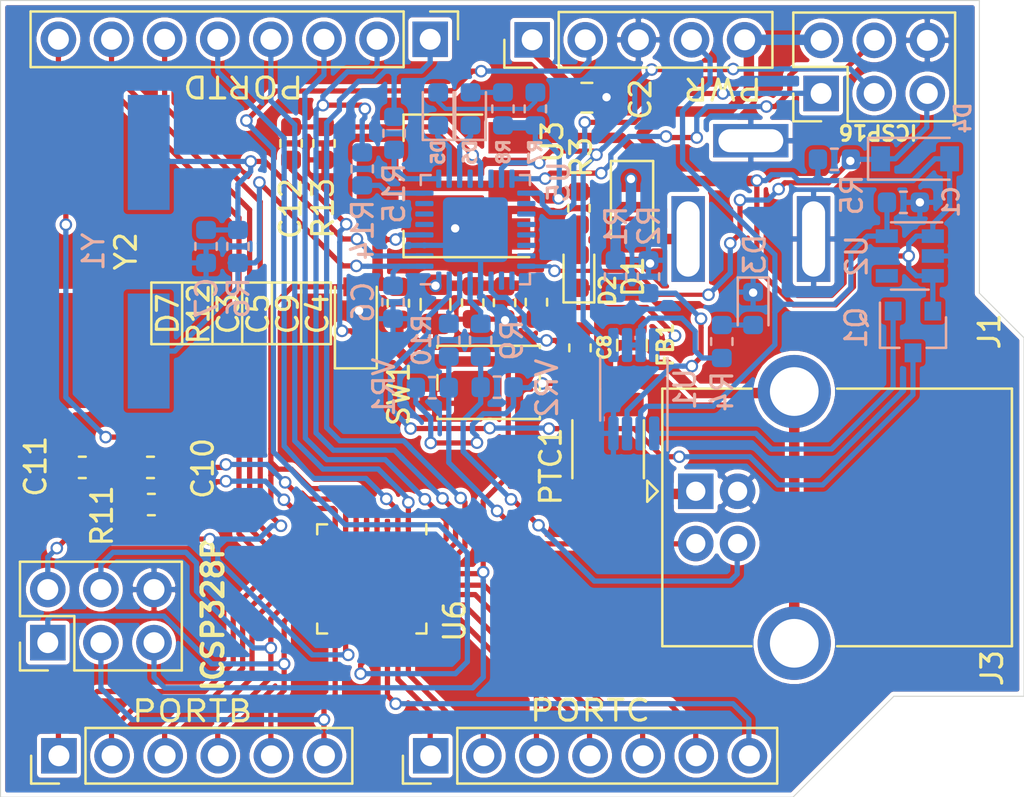
<source format=kicad_pcb>
(kicad_pcb (version 20171130) (host pcbnew "(5.1.5)-3")
  (layers (0 F.Cu signal) (31 B.Cu signal) (36 B.SilkS user) (37 F.SilkS user) (38 B.Mask user) (39 F.Mask user) (44 Edge.Cuts user))
  (net 0 "")
  (net 1 USB_GND)
  (net 2 "Net-(C6-Pad1)")
  (net 3 "Net-(C7-Pad1)")
  (net 4 "Net-(C8-Pad1)")
  (net 5 "Net-(C10-Pad2)")
  (net 6 "Net-(C11-Pad2)")
  (net 7 DTR)
  (net 8 "Net-(C12-Pad2)")
  (net 9 "Net-(D2-Pad2)")
  (net 10 "Net-(D3-Pad2)")
  (net 11 "Net-(D4-Pad1)")
  (net 12 "Net-(D5-Pad2)")
  (net 13 "Net-(D5-Pad1)")
  (net 14 "Net-(D6-Pad1)")
  (net 15 "Net-(D6-Pad2)")
  (net 16 "Net-(FB1-Pad1)")
  (net 17 ICSP_MISO)
  (net 18 ICSP_SCK)
  (net 19 ICSP_MOSI)
  (net 20 "Net-(J3-Pad1)")
  (net 21 "Net-(J3-Pad2)")
  (net 22 "Net-(J3-Pad3)")
  (net 23 "Net-(J4-Pad1)")
  (net 24 "Net-(J6-Pad1)")
  (net 25 "Net-(J7-Pad1)")
  (net 26 328P_ICSP_MOSI)
  (net 27 328P_ICSP_MISO)
  (net 28 328P_ICSP_SCK)
  (net 29 "Net-(Q1-Pad1)")
  (net 30 "Net-(R1-Pad2)")
  (net 31 "Net-(R4-Pad1)")
  (net 32 USB_D+)
  (net 33 USB_D-)
  (net 34 SERIAL_TX)
  (net 35 SERIAL_RX)
  (net 36 "Net-(U2-Pad4)")
  (net 37 "Net-(U5-Pad26)")
  (net 38 "Net-(U5-Pad25)")
  (net 39 "Net-(U5-Pad23)")
  (net 40 "Net-(U5-Pad22)")
  (net 41 "Net-(U5-Pad21)")
  (net 42 "Net-(U5-Pad20)")
  (net 43 "Net-(U5-Pad19)")
  (net 44 "Net-(U5-Pad18)")
  (net 45 "Net-(U5-Pad14)")
  (net 46 "Net-(U5-Pad12)")
  (net 47 "Net-(U5-Pad7)")
  (net 48 "Net-(U5-Pad6)")
  (net 49 "Net-(U5-Pad5)")
  (net 50 "Net-(U6-Pad19)")
  (net 51 "Net-(D1-Pad2)")
  (net 52 3V3LDO)
  (net 53 Vin)
  (net 54 5VLDO)
  (net 55 USBVcc)
  (net 56 "Net-(J4-Pad2)")
  (net 57 "Net-(J4-Pad3)")
  (net 58 AREF)
  (net 59 "Net-(J6-Pad2)")
  (net 60 "Net-(J6-Pad3)")
  (net 61 "Net-(J6-Pad4)")
  (net 62 "Net-(J6-Pad5)")
  (net 63 "Net-(J6-Pad6)")
  (net 64 ADC7)
  (net 65 "Net-(J7-Pad2)")
  (net 66 "Net-(J7-Pad3)")
  (net 67 "Net-(J7-Pad4)")
  (net 68 "Net-(J7-Pad5)")
  (net 69 "Net-(J7-Pad6)")
  (net 70 "Net-(J7-Pad7)")
  (net 71 "Net-(J7-Pad8)")
  (module footprints:HC-49S (layer B.Cu) (at 55.118 70.4596 270)
    (fp_text reference Y1 (at 0 2.6416 270) (layer B.SilkS) (effects (justify mirror)))
    (fp_text value 16MHz)
    (pad 2 smd rect (at 4.75 0 270) (size 5.5 2) (layers B.Cu B.Paste B.Mask) (net 2 "Net-(C6-Pad1)"))
    (pad 1 smd rect (at -4.75 0 270) (size 5.5 2) (layers B.Cu B.Paste B.Mask) (net 3 "Net-(C7-Pad1)"))
  )
  (module footprints:HC-49S (layer F.Cu) (at 51.1556 70.4342 90)
    (fp_text reference Y2 (at 0 2.8702 270) (layer F.SilkS))
    (fp_text value 16MHz)
    (pad 2 smd rect (at 4.75 0 90) (size 5.5 2) (layers F.Cu F.Paste F.Mask) (net 5 "Net-(C10-Pad2)"))
    (pad 1 smd rect (at -4.75 0 90) (size 5.5 2) (layers F.Cu F.Paste F.Mask) (net 6 "Net-(C11-Pad2)"))
  )
  (module footprints:DC_Jack (layer F.Cu) (at 94.615 69.85)
    (fp_text reference J1 (at 0.7112 4.4196 90) (layer F.SilkS))
    (fp_text value Jack-DC)
    (pad 2 thru_hole rect (at -10.7 -4.7 90) (size 1.6 3.6) (drill oval 1.1 3.1) (layers *.Cu *.Mask) (net 1 USB_GND))
    (pad 2 thru_hole rect (at -7.7 0) (size 1.6 4.1) (drill oval 1.1 3.6) (layers *.Cu *.Mask) (net 1 USB_GND))
    (pad 1 thru_hole rect (at -13.7 0) (size 1.6 4.1) (drill oval 1.1 3.6) (layers *.Cu *.Mask) (net 51 "Net-(D1-Pad2)"))
  )
  (module Capacitor_SMD:C_0603_1608Metric (layer B.Cu) (at 91.2115 68.0974)
    (fp_text reference C1 (at 2.2859 -0.0254 90) (layer B.SilkS) (effects (font (size 0.75 0.75)) (justify mirror)))
    (fp_text value 100n)
    (pad 1 smd roundrect (at -0.7875 0) (size 0.875 0.95) (layers B.Cu B.Paste B.Mask) (net 52 3V3LDO))
    (pad 2 smd roundrect (at 0.7875 0) (size 0.875 0.95) (layers B.Cu B.Paste B.Mask) (net 1 USB_GND))
  )
  (module Capacitor_SMD:C_0805_2012Metric (layer F.Cu) (at 76.073 63.0936)
    (fp_text reference C2 (at 2.5654 0.0762 90) (layer F.SilkS))
    (fp_text value 47u)
    (pad 1 smd roundrect (at -0.9375 0) (size 0.975 1.4) (layers F.Cu F.Paste F.Mask) (net 53 Vin))
    (pad 2 smd roundrect (at 0.9375 0) (size 0.975 1.4) (layers F.Cu F.Paste F.Mask) (net 1 USB_GND))
  )
  (module Capacitor_SMD:C_0805_2012Metric (layer F.Cu) (at 68.834 72.9765 270)
    (fp_text reference C3 (at 0.4549 9.906 90) (layer F.SilkS))
    (fp_text value 47u)
    (pad 1 smd roundrect (at -0.9375 0 270) (size 0.975 1.4) (layers F.Cu F.Paste F.Mask) (net 54 5VLDO))
    (pad 2 smd roundrect (at 0.9375 0 270) (size 0.975 1.4) (layers F.Cu F.Paste F.Mask) (net 1 USB_GND))
  )
  (module Capacitor_SMD:C_0603_1608Metric (layer F.Cu) (at 72.136 72.898 270)
    (fp_text reference C4 (at 0.5334 8.9408 90) (layer F.SilkS))
    (fp_text value 100n)
    (pad 1 smd roundrect (at -0.7875 0 270) (size 0.875 0.95) (layers F.Cu F.Paste F.Mask) (net 54 5VLDO))
    (pad 2 smd roundrect (at 0.7875 0 270) (size 0.875 0.95) (layers F.Cu F.Paste F.Mask) (net 1 USB_GND))
  )
  (module Capacitor_SMD:C_0603_1608Metric (layer F.Cu) (at 70.612 72.898 90)
    (fp_text reference C5 (at -0.5334 -10.2616 90) (layer F.SilkS))
    (fp_text value 100n)
    (pad 1 smd roundrect (at -0.7875 0 90) (size 0.875 0.95) (layers F.Cu F.Paste F.Mask) (net 1 USB_GND))
    (pad 2 smd roundrect (at 0.7875 0 90) (size 0.875 0.95) (layers F.Cu F.Paste F.Mask) (net 54 5VLDO))
  )
  (module Capacitor_SMD:C_0603_1608Metric (layer B.Cu) (at 66.802 72.8725 270)
    (fp_text reference C6 (at 0 1.43 90) (layer B.SilkS) (effects (justify mirror)))
    (fp_text value 20p)
    (pad 1 smd roundrect (at -0.7875 0 270) (size 0.875 0.95) (layers B.Cu B.Paste B.Mask) (net 2 "Net-(C6-Pad1)"))
    (pad 2 smd roundrect (at 0.7875 0 270) (size 0.875 0.95) (layers B.Cu B.Paste B.Mask) (net 1 USB_GND))
  )
  (module Capacitor_SMD:C_0603_1608Metric (layer B.Cu) (at 57.8612 70.2057 270)
    (fp_text reference C7 (at 2.4637 -0.0254 90) (layer B.SilkS) (effects (justify mirror)))
    (fp_text value 20p)
    (pad 2 smd roundrect (at 0.7875 0 270) (size 0.875 0.95) (layers B.Cu B.Paste B.Mask) (net 1 USB_GND))
    (pad 1 smd roundrect (at -0.7875 0 270) (size 0.875 0.95) (layers B.Cu B.Paste B.Mask) (net 3 "Net-(C7-Pad1)"))
  )
  (module Capacitor_SMD:C_0603_1608Metric (layer F.Cu) (at 75.7428 75.057 90)
    (fp_text reference C8 (at 0.0254 1.1684 270) (layer F.SilkS) (effects (font (size 0.6 0.6))))
    (fp_text value 1u)
    (pad 2 smd roundrect (at 0.7875 0 90) (size 0.875 0.95) (layers F.Cu F.Paste F.Mask) (net 1 USB_GND))
    (pad 1 smd roundrect (at -0.7875 0 90) (size 0.875 0.95) (layers F.Cu F.Paste F.Mask) (net 4 "Net-(C8-Pad1)"))
  )
  (module Capacitor_SMD:C_0603_1608Metric (layer F.Cu) (at 73.66 72.8725 90)
    (fp_text reference C9 (at -0.5589 -11.8872 90) (layer F.SilkS))
    (fp_text value 100n)
    (pad 2 smd roundrect (at 0.7875 0 90) (size 0.875 0.95) (layers F.Cu F.Paste F.Mask) (net 54 5VLDO))
    (pad 1 smd roundrect (at -0.7875 0 90) (size 0.875 0.95) (layers F.Cu F.Paste F.Mask) (net 1 USB_GND))
  )
  (module Capacitor_SMD:C_0603_1608Metric (layer F.Cu) (at 55.2045 80.772)
    (fp_text reference C10 (at 2.5043 0.0508 90) (layer F.SilkS))
    (fp_text value 20p)
    (pad 2 smd roundrect (at 0.7875 0) (size 0.875 0.95) (layers F.Cu F.Paste F.Mask) (net 5 "Net-(C10-Pad2)"))
    (pad 1 smd roundrect (at -0.7875 0) (size 0.875 0.95) (layers F.Cu F.Paste F.Mask) (net 1 USB_GND))
  )
  (module Capacitor_SMD:C_0603_1608Metric (layer F.Cu) (at 51.943 80.772 180)
    (fp_text reference C11 (at 2.2352 0.0508 90) (layer F.SilkS))
    (fp_text value 20p)
    (pad 1 smd roundrect (at -0.7875 0 180) (size 0.875 0.95) (layers F.Cu F.Paste F.Mask) (net 1 USB_GND))
    (pad 2 smd roundrect (at 0.7875 0 180) (size 0.875 0.95) (layers F.Cu F.Paste F.Mask) (net 6 "Net-(C11-Pad2)"))
  )
  (module Capacitor_SMD:C_0603_1608Metric (layer F.Cu) (at 61.9252 65.2779 270)
    (fp_text reference C12 (at 3.1243 0.0254 270) (layer F.SilkS))
    (fp_text value 100n)
    (pad 1 smd roundrect (at -0.7875 0 270) (size 0.875 0.95) (layers F.Cu F.Paste F.Mask) (net 7 DTR))
    (pad 2 smd roundrect (at 0.7875 0 270) (size 0.875 0.95) (layers F.Cu F.Paste F.Mask) (net 8 "Net-(C12-Pad2)"))
  )
  (module LED_SMD:LED_0603_1608Metric (layer F.Cu) (at 75.692 71.3995 90)
    (fp_text reference D2 (at -0.9143 1.3716 270) (layer F.SilkS) (effects (font (size 0.75 0.75))))
    (fp_text value PWR_LED)
    (pad 1 smd roundrect (at -0.7875 0 90) (size 0.875 0.95) (layers F.Cu F.Paste F.Mask) (net 1 USB_GND))
    (pad 2 smd roundrect (at 0.7875 0 90) (size 0.875 0.95) (layers F.Cu F.Paste F.Mask) (net 9 "Net-(D2-Pad2)"))
  )
  (module LED_SMD:LED_0603_1608Metric (layer B.Cu) (at 84.0232 73.1774 270)
    (fp_text reference D3 (at -2.5908 -0.0762 270) (layer B.SilkS) (effects (justify mirror)))
    (fp_text value SCK_LED)
    (pad 2 smd roundrect (at 0.7875 0 270) (size 0.875 0.95) (layers B.Cu B.Paste B.Mask) (net 10 "Net-(D3-Pad2)"))
    (pad 1 smd roundrect (at -0.7875 0 270) (size 0.875 0.95) (layers B.Cu B.Paste B.Mask) (net 1 USB_GND))
  )
  (module Diode_SMD:D_SOD-123 (layer B.Cu) (at 91.7702 66.0146)
    (fp_text reference D4 (at 2.286 -1.9558 90) (layer B.SilkS) (effects (font (size 0.75 0.75)) (justify mirror)))
    (fp_text value 1N4148W-7-F)
    (pad 2 smd rect (at 1.65 0) (size 0.9 1.2) (layers B.Cu B.Paste B.Mask) (net 54 5VLDO))
    (pad 1 smd rect (at -1.65 0) (size 0.9 1.2) (layers B.Cu B.Paste B.Mask) (net 11 "Net-(D4-Pad1)"))
  )
  (module Diode_SMD:D_0603_1608Metric (layer B.Cu) (at 68.961 63.6271 90)
    (fp_text reference D5 (at -2.0827 0 90) (layer B.SilkS) (effects (font (size 0.6 0.6)) (justify mirror)))
    (fp_text value LED)
    (pad 2 smd roundrect (at 0.7875 0 90) (size 0.875 0.95) (layers B.Cu B.Paste B.Mask) (net 12 "Net-(D5-Pad2)"))
    (pad 1 smd roundrect (at -0.7875 0 90) (size 0.875 0.95) (layers B.Cu B.Paste B.Mask) (net 13 "Net-(D5-Pad1)"))
  )
  (module Diode_SMD:D_0603_1608Metric (layer B.Cu) (at 70.5104 63.6271 90)
    (fp_text reference D6 (at -2.0827 -0.0254 270) (layer B.SilkS) (effects (font (size 0.6 0.6)) (justify mirror)))
    (fp_text value LED)
    (pad 1 smd roundrect (at -0.7875 0 90) (size 0.875 0.95) (layers B.Cu B.Paste B.Mask) (net 14 "Net-(D6-Pad1)"))
    (pad 2 smd roundrect (at 0.7875 0 90) (size 0.875 0.95) (layers B.Cu B.Paste B.Mask) (net 15 "Net-(D6-Pad2)"))
  )
  (module Diode_SMD:D_SOD-123 (layer F.Cu) (at 65.024 73.786 90)
    (fp_text reference D7 (at 0.3546 -8.9916 270) (layer F.SilkS))
    (fp_text value 1N4148W-7-F)
    (pad 2 smd rect (at 1.65 0 90) (size 0.9 1.2) (layers F.Cu F.Paste F.Mask) (net 54 5VLDO))
    (pad 1 smd rect (at -1.65 0 90) (size 0.9 1.2) (layers F.Cu F.Paste F.Mask) (net 8 "Net-(C12-Pad2)"))
  )
  (module Capacitor_SMD:C_0805_2012Metric (layer F.Cu) (at 78.232 74.93 90)
    (fp_text reference FB1 (at 0.0254 1.6002 270) (layer F.SilkS) (effects (font (size 0.75 0.75))))
    (fp_text value BLM21PG221SN1D)
    (pad 2 smd roundrect (at 0.9375 0 90) (size 0.975 1.4) (layers F.Cu F.Paste F.Mask) (net 1 USB_GND))
    (pad 1 smd roundrect (at -0.9375 0 90) (size 0.975 1.4) (layers F.Cu F.Paste F.Mask) (net 16 "Net-(FB1-Pad1)"))
  )
  (module Connector_PinHeader_2.54mm:PinHeader_2x03_P2.54mm_Vertical (layer F.Cu) (at 87.2744 62.8904 90)
    (fp_text reference J2 hide)
    (fp_text value ICSP2)
    (pad 1 thru_hole rect (at 0 0 90) (size 1.7 1.7) (drill 1) (layers *.Cu *.Mask) (net 17 ICSP_MISO))
    (pad 2 thru_hole oval (at 2.54 0 90) (size 1.7 1.7) (drill 1) (layers *.Cu *.Mask) (net 54 5VLDO))
    (pad 3 thru_hole oval (at 0 2.54 90) (size 1.7 1.7) (drill 1) (layers *.Cu *.Mask) (net 18 ICSP_SCK))
    (pad 4 thru_hole oval (at 2.54 2.54 90) (size 1.7 1.7) (drill 1) (layers *.Cu *.Mask) (net 19 ICSP_MOSI))
    (pad 5 thru_hole oval (at 0 5.08 90) (size 1.7 1.7) (drill 1) (layers *.Cu *.Mask) (net 11 "Net-(D4-Pad1)"))
    (pad 6 thru_hole oval (at 2.54 5.08 90) (size 1.7 1.7) (drill 1) (layers *.Cu *.Mask) (net 1 USB_GND))
  )
  (module Connector_USB:USB_B_OST_USB-B1HSxx_Horizontal (layer F.Cu) (at 81.28 81.915)
    (fp_text reference J3 (at 14.1732 8.4582 270) (layer F.SilkS))
    (fp_text value USB_B)
    (pad 1 thru_hole rect (at 0 0) (size 1.7 1.7) (drill 0.92) (layers *.Cu *.Mask) (net 20 "Net-(J3-Pad1)"))
    (pad 2 thru_hole circle (at 0 2.5) (size 1.7 1.7) (drill 0.92) (layers *.Cu *.Mask) (net 21 "Net-(J3-Pad2)"))
    (pad 3 thru_hole circle (at 2 2.5) (size 1.7 1.7) (drill 0.92) (layers *.Cu *.Mask) (net 22 "Net-(J3-Pad3)"))
    (pad 4 thru_hole circle (at 2 0) (size 1.7 1.7) (drill 0.92) (layers *.Cu *.Mask) (net 1 USB_GND))
    (pad 5 thru_hole circle (at 4.71 -4.77) (size 3.5 3.5) (drill 2.33) (layers *.Cu *.Mask) (net 16 "Net-(FB1-Pad1)"))
    (pad 5 thru_hole circle (at 4.71 7.27) (size 3.5 3.5) (drill 2.33) (layers *.Cu *.Mask) (net 16 "Net-(FB1-Pad1)"))
  )
  (module Connector_PinHeader_2.54mm:PinHeader_2x03_P2.54mm_Vertical (layer F.Cu) (at 50.292 89.154 90)
    (fp_text reference J17 hide)
    (fp_text value ICSP1)
    (pad 6 thru_hole oval (at 2.54 5.08 90) (size 1.7 1.7) (drill 1) (layers *.Cu *.Mask) (net 1 USB_GND))
    (pad 5 thru_hole oval (at 0 5.08 90) (size 1.7 1.7) (drill 1) (layers *.Cu *.Mask) (net 8 "Net-(C12-Pad2)"))
    (pad 4 thru_hole oval (at 2.54 2.54 90) (size 1.7 1.7) (drill 1) (layers *.Cu *.Mask) (net 26 328P_ICSP_MOSI))
    (pad 3 thru_hole oval (at 0 2.54 90) (size 1.7 1.7) (drill 1) (layers *.Cu *.Mask) (net 28 328P_ICSP_SCK))
    (pad 2 thru_hole oval (at 2.54 0 90) (size 1.7 1.7) (drill 1) (layers *.Cu *.Mask) (net 54 5VLDO))
    (pad 1 thru_hole rect (at 0 0 90) (size 1.7 1.7) (drill 1) (layers *.Cu *.Mask) (net 27 328P_ICSP_MISO))
  )
  (module Fuse:Fuse_1812_4532Metric (layer F.Cu) (at 77.089 79.9045 270)
    (fp_text reference PTC1 (at 0.8167 2.7432 270) (layer F.SilkS))
    (fp_text value MF-MSMF-050-2)
    (pad 1 smd roundrect (at -2.1375 0 270) (size 1.125 3.4) (layers F.Cu F.Paste F.Mask) (roundrect_rratio 0.222222) (net 55 USBVcc))
    (pad 2 smd roundrect (at 2.1375 0 270) (size 1.125 3.4) (layers F.Cu F.Paste F.Mask) (roundrect_rratio 0.222222) (net 20 "Net-(J3-Pad1)"))
  )
  (module Package_TO_SOT_SMD:SOT-23 (layer B.Cu) (at 91.6686 74.295 270)
    (fp_text reference Q1 (at -0.2032 2.7178 90) (layer B.SilkS) (effects (justify mirror)))
    (fp_text value FDN340P)
    (pad 1 smd rect (at -1 0.95 270) (size 0.9 0.8) (layers B.Cu B.Paste B.Mask) (net 29 "Net-(Q1-Pad1)"))
    (pad 2 smd rect (at -1 -0.95 270) (size 0.9 0.8) (layers B.Cu B.Paste B.Mask) (net 54 5VLDO))
    (pad 3 smd rect (at 1 0 270) (size 0.9 0.8) (layers B.Cu B.Paste B.Mask) (net 55 USBVcc))
  )
  (module Resistor_SMD:R_0603_1608Metric (layer B.Cu) (at 77.4446 71.6535 270)
    (fp_text reference R1 (at -2.4131 -0.0254 90) (layer B.SilkS) (effects (justify mirror)))
    (fp_text value 10k)
    (pad 1 smd roundrect (at -0.7875 0 270) (size 0.875 0.95) (layers B.Cu B.Paste B.Mask) (net 53 Vin))
    (pad 2 smd roundrect (at 0.7875 0 270) (size 0.875 0.95) (layers B.Cu B.Paste B.Mask) (net 30 "Net-(R1-Pad2)"))
  )
  (module Resistor_SMD:R_0603_1608Metric (layer B.Cu) (at 79.0194 71.6535 90)
    (fp_text reference R2 (at 2.4385 0.0254 270) (layer B.SilkS) (effects (justify mirror)))
    (fp_text value 10k)
    (pad 1 smd roundrect (at -0.7875 0 90) (size 0.875 0.95) (layers B.Cu B.Paste B.Mask) (net 30 "Net-(R1-Pad2)"))
    (pad 2 smd roundrect (at 0.7875 0 90) (size 0.875 0.95) (layers B.Cu B.Paste B.Mask) (net 1 USB_GND))
  )
  (module Resistor_SMD:R_0603_1608Metric (layer F.Cu) (at 75.692 68.3767 270)
    (fp_text reference R3 (at -2.4383 -0.1016 270) (layer F.SilkS))
    (fp_text value 510R)
    (pad 2 smd roundrect (at 0.7875 0 270) (size 0.875 0.95) (layers F.Cu F.Paste F.Mask) (net 9 "Net-(D2-Pad2)"))
    (pad 1 smd roundrect (at -0.7875 0 270) (size 0.875 0.95) (layers F.Cu F.Paste F.Mask) (net 54 5VLDO))
  )
  (module Resistor_SMD:R_0603_1608Metric (layer B.Cu) (at 82.5246 74.7523 90)
    (fp_text reference R4 (at -2.3875 0.0254 270) (layer B.SilkS) (effects (justify mirror)))
    (fp_text value 510R)
    (pad 2 smd roundrect (at 0.7875 0 90) (size 0.875 0.95) (layers B.Cu B.Paste B.Mask) (net 10 "Net-(D3-Pad2)"))
    (pad 1 smd roundrect (at -0.7875 0 90) (size 0.875 0.95) (layers B.Cu B.Paste B.Mask) (net 31 "Net-(R4-Pad1)"))
  )
  (module Resistor_SMD:R_0603_1608Metric (layer B.Cu) (at 87.9093 66.04)
    (fp_text reference R5 (at 0.8383 1.7018 270) (layer B.SilkS) (effects (justify mirror)))
    (fp_text value 10k)
    (pad 2 smd roundrect (at 0.7875 0) (size 0.875 0.95) (layers B.Cu B.Paste B.Mask) (net 11 "Net-(D4-Pad1)"))
    (pad 1 smd roundrect (at -0.7875 0) (size 0.875 0.95) (layers B.Cu B.Paste B.Mask) (net 54 5VLDO))
  )
  (module Resistor_SMD:R_0603_1608Metric (layer B.Cu) (at 59.3852 70.2057 90)
    (fp_text reference R6 (at -2.4637 0.0254 270) (layer B.SilkS) (effects (justify mirror)))
    (fp_text value 1M)
    (pad 1 smd roundrect (at -0.7875 0 90) (size 0.875 0.95) (layers B.Cu B.Paste B.Mask) (net 2 "Net-(C6-Pad1)"))
    (pad 2 smd roundrect (at 0.7875 0 90) (size 0.875 0.95) (layers B.Cu B.Paste B.Mask) (net 3 "Net-(C7-Pad1)"))
  )
  (module Resistor_SMD:R_0603_1608Metric (layer B.Cu) (at 73.6092 63.627 90)
    (fp_text reference R7 (at -2.0574 0 270) (layer B.SilkS) (effects (font (size 0.6 0.6)) (justify mirror)))
    (fp_text value 510R)
    (pad 2 smd roundrect (at 0.7875 0 90) (size 0.875 0.95) (layers B.Cu B.Paste B.Mask) (net 12 "Net-(D5-Pad2)"))
    (pad 1 smd roundrect (at -0.7875 0 90) (size 0.875 0.95) (layers B.Cu B.Paste B.Mask) (net 54 5VLDO))
  )
  (module Resistor_SMD:R_0603_1608Metric (layer B.Cu) (at 72.0598 63.6269 90)
    (fp_text reference R8 (at -2.0575 0.0254 270) (layer B.SilkS) (effects (font (size 0.6 0.6)) (justify mirror)))
    (fp_text value 510R)
    (pad 1 smd roundrect (at -0.7875 0 90) (size 0.875 0.95) (layers B.Cu B.Paste B.Mask) (net 54 5VLDO))
    (pad 2 smd roundrect (at 0.7875 0 90) (size 0.875 0.95) (layers B.Cu B.Paste B.Mask) (net 15 "Net-(D6-Pad2)"))
  )
  (module Resistor_SMD:R_0603_1608Metric (layer B.Cu) (at 70.993 74.6888 270)
    (fp_text reference R9 (at 0 -1.4986 90) (layer B.SilkS) (effects (justify mirror)))
    (fp_text value 22R)
    (pad 1 smd roundrect (at -0.7875 0 270) (size 0.875 0.95) (layers B.Cu B.Paste B.Mask) (net 32 USB_D+))
    (pad 2 smd roundrect (at 0.7875 0 270) (size 0.875 0.95) (layers B.Cu B.Paste B.Mask) (net 22 "Net-(J3-Pad3)"))
  )
  (module Resistor_SMD:R_0603_1608Metric (layer B.Cu) (at 69.469 74.6888 270)
    (fp_text reference R10 (at 0 1.2954 90) (layer B.SilkS) (effects (font (size 0.85 0.85)) (justify mirror)))
    (fp_text value 22R)
    (pad 2 smd roundrect (at 0.7875 0 270) (size 0.875 0.95) (layers B.Cu B.Paste B.Mask) (net 21 "Net-(J3-Pad2)"))
    (pad 1 smd roundrect (at -0.7875 0 270) (size 0.875 0.95) (layers B.Cu B.Paste B.Mask) (net 33 USB_D-))
  )
  (module Resistor_SMD:R_0603_1608Metric (layer F.Cu) (at 55.245 82.55 180)
    (fp_text reference R11 (at 2.3622 -0.5334 90) (layer F.SilkS))
    (fp_text value 1M)
    (pad 1 smd roundrect (at -0.7875 0 180) (size 0.875 0.95) (layers F.Cu F.Paste F.Mask) (net 5 "Net-(C10-Pad2)"))
    (pad 2 smd roundrect (at 0.7875 0 180) (size 0.875 0.95) (layers F.Cu F.Paste F.Mask) (net 6 "Net-(C11-Pad2)"))
  )
  (module Resistor_SMD:R_0603_1608Metric (layer F.Cu) (at 67.056 72.9235 270)
    (fp_text reference R12 (at 0.5079 9.5504 90) (layer F.SilkS))
    (fp_text value 10k)
    (pad 1 smd roundrect (at -0.7875 0 270) (size 0.875 0.95) (layers F.Cu F.Paste F.Mask) (net 54 5VLDO))
    (pad 2 smd roundrect (at 0.7875 0 270) (size 0.875 0.95) (layers F.Cu F.Paste F.Mask) (net 8 "Net-(C12-Pad2)"))
  )
  (module Resistor_SMD:R_0603_1608Metric (layer F.Cu) (at 63.5 65.2781 90)
    (fp_text reference R13 (at -3.0987 -0.0508 90) (layer F.SilkS))
    (fp_text value 1k)
    (pad 2 smd roundrect (at 0.7875 0 90) (size 0.875 0.95) (layers F.Cu F.Paste F.Mask) (net 7 DTR))
    (pad 1 smd roundrect (at -0.7875 0 90) (size 0.875 0.95) (layers F.Cu F.Paste F.Mask) (net 1 USB_GND))
  )
  (module Resistor_SMD:R_0603_1608Metric (layer B.Cu) (at 65.3288 66.4973 90)
    (fp_text reference R14 (at -2.9209 0.0254 90) (layer B.SilkS) (effects (justify mirror)))
    (fp_text value 1k)
    (pad 1 smd roundrect (at -0.7875 0 90) (size 0.875 0.95) (layers B.Cu B.Paste B.Mask) (net 34 SERIAL_TX))
    (pad 2 smd roundrect (at 0.7875 0 90) (size 0.875 0.95) (layers B.Cu B.Paste B.Mask) (net 65 "Net-(J7-Pad2)"))
  )
  (module Resistor_SMD:R_0603_1608Metric (layer B.Cu) (at 66.8528 64.7954 90)
    (fp_text reference R15 (at -2.8702 0 90) (layer B.SilkS) (effects (justify mirror)))
    (fp_text value 1k)
    (pad 2 smd roundrect (at 0.7875 0 90) (size 0.875 0.95) (layers B.Cu B.Paste B.Mask) (net 25 "Net-(J7-Pad1)"))
    (pad 1 smd roundrect (at -0.7875 0 90) (size 0.875 0.95) (layers B.Cu B.Paste B.Mask) (net 35 SERIAL_RX))
  )
  (module Button_Switch_SMD:SW_SPST_EVQP2 (layer F.Cu) (at 71.374 76.708 180)
    (fp_text reference SW1 (at 4.2926 -0.5588 90) (layer F.SilkS))
    (fp_text value RES)
    (pad 1 smd rect (at 2.58 -1 180) (size 1.45 0.7) (layers F.Cu F.Paste F.Mask) (net 1 USB_GND))
    (pad 1 smd rect (at -2.58 -1 180) (size 1.45 0.7) (layers F.Cu F.Paste F.Mask) (net 1 USB_GND))
    (pad 2 smd rect (at -2.58 1 180) (size 1.45 0.7) (layers F.Cu F.Paste F.Mask) (net 8 "Net-(C12-Pad2)"))
    (pad 2 smd rect (at 2.58 1 180) (size 1.45 0.7) (layers F.Cu F.Paste F.Mask) (net 8 "Net-(C12-Pad2)"))
  )
  (module Package_SO:MSOP-8_3x3mm_P0.65mm (layer B.Cu) (at 78.318 77.0339 90)
    (fp_text reference U1 (at 0 2.45 90) (layer B.SilkS) (effects (justify mirror)))
    (fp_text value LMV358)
    (pad 1 smd roundrect (at -2.1125 0.975 90) (size 1.625 0.5) (layers B.Cu B.Paste B.Mask) (net 29 "Net-(Q1-Pad1)"))
    (pad 2 smd roundrect (at -2.1125 0.325 90) (size 1.625 0.5) (layers B.Cu B.Paste B.Mask) (net 52 3V3LDO))
    (pad 3 smd roundrect (at -2.1125 -0.325 90) (size 1.625 0.5) (layers B.Cu B.Paste B.Mask) (net 30 "Net-(R1-Pad2)"))
    (pad 4 smd roundrect (at -2.1125 -0.975 90) (size 1.625 0.5) (layers B.Cu B.Paste B.Mask) (net 1 USB_GND))
    (pad 5 smd roundrect (at 2.1125 -0.975 90) (size 1.625 0.5) (layers B.Cu B.Paste B.Mask) (net 18 ICSP_SCK))
    (pad 6 smd roundrect (at 2.1125 -0.325 90) (size 1.625 0.5) (layers B.Cu B.Paste B.Mask) (net 31 "Net-(R4-Pad1)"))
    (pad 7 smd roundrect (at 2.1125 0.325 90) (size 1.625 0.5) (layers B.Cu B.Paste B.Mask) (net 31 "Net-(R4-Pad1)"))
    (pad 8 smd roundrect (at 2.1125 0.975 90) (size 1.625 0.5) (layers B.Cu B.Paste B.Mask) (net 54 5VLDO))
  )
  (module Package_TO_SOT_SMD:SOT-23-5 (layer B.Cu) (at 91.5162 70.6628 180)
    (fp_text reference U2 (at 2.54 0 90) (layer B.SilkS) (effects (justify mirror)))
    (fp_text value LP2985-3.3)
    (pad 1 smd rect (at -1.1 0.95 180) (size 1.06 0.65) (layers B.Cu B.Paste B.Mask) (net 54 5VLDO))
    (pad 2 smd rect (at -1.1 0 180) (size 1.06 0.65) (layers B.Cu B.Paste B.Mask) (net 1 USB_GND))
    (pad 3 smd rect (at -1.1 -0.95 180) (size 1.06 0.65) (layers B.Cu B.Paste B.Mask) (net 54 5VLDO))
    (pad 4 smd rect (at 1.1 -0.95 180) (size 1.06 0.65) (layers B.Cu B.Paste B.Mask) (net 36 "Net-(U2-Pad4)"))
    (pad 5 smd rect (at 1.1 0.95 180) (size 1.06 0.65) (layers B.Cu B.Paste B.Mask) (net 52 3V3LDO))
  )
  (module Package_TO_SOT_SMD:SOT-223-3_TabPin2 (layer F.Cu) (at 69.215 67.31 180)
    (fp_text reference U3 (at -5.207 2.1082 90) (layer F.SilkS))
    (fp_text value NCP1117ST50)
    (pad 1 smd rect (at -3.15 -2.3 180) (size 2 1.5) (layers F.Cu F.Paste F.Mask) (net 1 USB_GND))
    (pad 3 smd rect (at -3.15 2.3 180) (size 2 1.5) (layers F.Cu F.Paste F.Mask) (net 53 Vin))
    (pad 2 smd rect (at -3.15 0 180) (size 2 1.5) (layers F.Cu F.Paste F.Mask) (net 54 5VLDO))
    (pad 2 smd rect (at 3.15 0 180) (size 2 3.8) (layers F.Cu F.Paste F.Mask) (net 54 5VLDO))
  )
  (module Package_DFN_QFN:QFN-32-1EP_5x5mm_P0.5mm_EP3.1x3.1mm (layer B.Cu) (at 70.739 69.4055)
    (fp_text reference U5 (at 3.9878 -2.2733 270) (layer B.SilkS) (effects (justify mirror)))
    (fp_text value ATmega16U2-MU)
    (pad 33 smd roundrect (at 0 0) (size 3.1 3.1) (layers B.Cu B.Mask) (roundrect_rratio 0.08064499999999999) (net 1 USB_GND))
    (pad 1 smd roundrect (at -2.4375 1.75) (size 0.875 0.25) (layers B.Cu B.Paste B.Mask) (net 2 "Net-(C6-Pad1)"))
    (pad 2 smd roundrect (at -2.4375 1.25) (size 0.875 0.25) (layers B.Cu B.Paste B.Mask) (net 3 "Net-(C7-Pad1)"))
    (pad 3 smd roundrect (at -2.4375 0.75) (size 0.875 0.25) (layers B.Cu B.Paste B.Mask) (net 1 USB_GND))
    (pad 4 smd roundrect (at -2.4375 0.25) (size 0.875 0.25) (layers B.Cu B.Paste B.Mask) (net 54 5VLDO))
    (pad 5 smd roundrect (at -2.4375 -0.25) (size 0.875 0.25) (layers B.Cu B.Paste B.Mask) (net 49 "Net-(U5-Pad5)"))
    (pad 6 smd roundrect (at -2.4375 -0.75) (size 0.875 0.25) (layers B.Cu B.Paste B.Mask) (net 48 "Net-(U5-Pad6)"))
    (pad 7 smd roundrect (at -2.4375 -1.25) (size 0.875 0.25) (layers B.Cu B.Paste B.Mask) (net 47 "Net-(U5-Pad7)"))
    (pad 8 smd roundrect (at -2.4375 -1.75) (size 0.875 0.25) (layers B.Cu B.Paste B.Mask) (net 34 SERIAL_TX))
    (pad 9 smd roundrect (at -1.75 -2.4375) (size 0.25 0.875) (layers B.Cu B.Paste B.Mask) (net 35 SERIAL_RX))
    (pad 10 smd roundrect (at -1.25 -2.4375) (size 0.25 0.875) (layers B.Cu B.Paste B.Mask) (net 13 "Net-(D5-Pad1)"))
    (pad 11 smd roundrect (at -0.75 -2.4375) (size 0.25 0.875) (layers B.Cu B.Paste B.Mask) (net 14 "Net-(D6-Pad1)"))
    (pad 12 smd roundrect (at -0.25 -2.4375) (size 0.25 0.875) (layers B.Cu B.Paste B.Mask) (net 46 "Net-(U5-Pad12)"))
    (pad 13 smd roundrect (at 0.25 -2.4375) (size 0.25 0.875) (layers B.Cu B.Paste B.Mask) (net 7 DTR))
    (pad 14 smd roundrect (at 0.75 -2.4375) (size 0.25 0.875) (layers B.Cu B.Paste B.Mask) (net 45 "Net-(U5-Pad14)"))
    (pad 15 smd roundrect (at 1.25 -2.4375) (size 0.25 0.875) (layers B.Cu B.Paste B.Mask) (net 18 ICSP_SCK))
    (pad 16 smd roundrect (at 1.75 -2.4375) (size 0.25 0.875) (layers B.Cu B.Paste B.Mask) (net 19 ICSP_MOSI))
    (pad 17 smd roundrect (at 2.4375 -1.75) (size 0.875 0.25) (layers B.Cu B.Paste B.Mask) (net 17 ICSP_MISO))
    (pad 18 smd roundrect (at 2.4375 -1.25) (size 0.875 0.25) (layers B.Cu B.Paste B.Mask) (net 44 "Net-(U5-Pad18)"))
    (pad 19 smd roundrect (at 2.4375 -0.75) (size 0.875 0.25) (layers B.Cu B.Paste B.Mask) (net 43 "Net-(U5-Pad19)"))
    (pad 20 smd roundrect (at 2.4375 -0.25) (size 0.875 0.25) (layers B.Cu B.Paste B.Mask) (net 42 "Net-(U5-Pad20)"))
    (pad 21 smd roundrect (at 2.4375 0.25) (size 0.875 0.25) (layers B.Cu B.Paste B.Mask) (net 41 "Net-(U5-Pad21)"))
    (pad 22 smd roundrect (at 2.4375 0.75) (size 0.875 0.25) (layers B.Cu B.Paste B.Mask) (net 40 "Net-(U5-Pad22)"))
    (pad 23 smd roundrect (at 2.4375 1.25) (size 0.875 0.25) (layers B.Cu B.Paste B.Mask) (net 39 "Net-(U5-Pad23)"))
    (pad 24 smd roundrect (at 2.4375 1.75) (size 0.875 0.25) (layers B.Cu B.Paste B.Mask) (net 11 "Net-(D4-Pad1)"))
    (pad 25 smd roundrect (at 1.75 2.4375) (size 0.25 0.875) (layers B.Cu B.Paste B.Mask) (net 38 "Net-(U5-Pad25)"))
    (pad 26 smd roundrect (at 1.25 2.4375) (size 0.25 0.875) (layers B.Cu B.Paste B.Mask) (net 37 "Net-(U5-Pad26)"))
    (pad 27 smd roundrect (at 0.75 2.4375) (size 0.25 0.875) (layers B.Cu B.Paste B.Mask) (net 4 "Net-(C8-Pad1)"))
    (pad 28 smd roundrect (at 0.25 2.4375) (size 0.25 0.875) (layers B.Cu B.Paste B.Mask) (net 1 USB_GND))
    (pad 29 smd roundrect (at -0.25 2.4375) (size 0.25 0.875) (layers B.Cu B.Paste B.Mask) (net 32 USB_D+))
    (pad 30 smd roundrect (at -0.75 2.4375) (size 0.25 0.875) (layers B.Cu B.Paste B.Mask) (net 33 USB_D-))
    (pad 31 smd roundrect (at -1.25 2.4375) (size 0.25 0.875) (layers B.Cu B.Paste B.Mask) (net 55 USBVcc))
    (pad 32 smd roundrect (at -1.75 2.4375) (size 0.25 0.875) (layers B.Cu B.Paste B.Mask) (net 54 5VLDO))
  )
  (module Package_DFN_QFN:QFN-32-1EP_5x5mm_P0.5mm_EP3.1x3.1mm (layer F.Cu) (at 65.786 86.106 270)
    (fp_text reference U6 (at 2.0066 -3.9624 270) (layer F.SilkS))
    (fp_text value ATmega328P-MU)
    (pad 33 smd roundrect (at 0 0 270) (size 3.1 3.1) (layers F.Cu F.Mask) (roundrect_rratio 0.08064499999999999) (net 1 USB_GND))
    (pad 1 smd roundrect (at -2.4375 -1.75 270) (size 0.875 0.25) (layers F.Cu F.Paste F.Mask) (net 67 "Net-(J7-Pad4)"))
    (pad 2 smd roundrect (at -2.4375 -1.25 270) (size 0.875 0.25) (layers F.Cu F.Paste F.Mask) (net 68 "Net-(J7-Pad5)"))
    (pad 3 smd roundrect (at -2.4375 -0.75 270) (size 0.875 0.25) (layers F.Cu F.Paste F.Mask) (net 1 USB_GND))
    (pad 4 smd roundrect (at -2.4375 -0.25 270) (size 0.875 0.25) (layers F.Cu F.Paste F.Mask) (net 54 5VLDO))
    (pad 5 smd roundrect (at -2.4375 0.25 270) (size 0.875 0.25) (layers F.Cu F.Paste F.Mask) (net 1 USB_GND))
    (pad 6 smd roundrect (at -2.4375 0.75 270) (size 0.875 0.25) (layers F.Cu F.Paste F.Mask) (net 54 5VLDO))
    (pad 7 smd roundrect (at -2.4375 1.25 270) (size 0.875 0.25) (layers F.Cu F.Paste F.Mask) (net 5 "Net-(C10-Pad2)"))
    (pad 8 smd roundrect (at -2.4375 1.75 270) (size 0.875 0.25) (layers F.Cu F.Paste F.Mask) (net 6 "Net-(C11-Pad2)"))
    (pad 9 smd roundrect (at -1.75 2.4375 270) (size 0.25 0.875) (layers F.Cu F.Paste F.Mask) (net 69 "Net-(J7-Pad6)"))
    (pad 10 smd roundrect (at -1.25 2.4375 270) (size 0.25 0.875) (layers F.Cu F.Paste F.Mask) (net 70 "Net-(J7-Pad7)"))
    (pad 11 smd roundrect (at -0.75 2.4375 270) (size 0.25 0.875) (layers F.Cu F.Paste F.Mask) (net 71 "Net-(J7-Pad8)"))
    (pad 12 smd roundrect (at -0.25 2.4375 270) (size 0.25 0.875) (layers F.Cu F.Paste F.Mask) (net 23 "Net-(J4-Pad1)"))
    (pad 13 smd roundrect (at 0.25 2.4375 270) (size 0.25 0.875) (layers F.Cu F.Paste F.Mask) (net 56 "Net-(J4-Pad2)"))
    (pad 14 smd roundrect (at 0.75 2.4375 270) (size 0.25 0.875) (layers F.Cu F.Paste F.Mask) (net 57 "Net-(J4-Pad3)"))
    (pad 15 smd roundrect (at 1.25 2.4375 270) (size 0.25 0.875) (layers F.Cu F.Paste F.Mask) (net 26 328P_ICSP_MOSI))
    (pad 16 smd roundrect (at 1.75 2.4375 270) (size 0.25 0.875) (layers F.Cu F.Paste F.Mask) (net 27 328P_ICSP_MISO))
    (pad 17 smd roundrect (at 2.4375 1.75 270) (size 0.875 0.25) (layers F.Cu F.Paste F.Mask) (net 28 328P_ICSP_SCK))
    (pad 18 smd roundrect (at 2.4375 1.25 270) (size 0.875 0.25) (layers F.Cu F.Paste F.Mask) (net 54 5VLDO))
    (pad 19 smd roundrect (at 2.4375 0.75 270) (size 0.875 0.25) (layers F.Cu F.Paste F.Mask) (net 50 "Net-(U6-Pad19)"))
    (pad 20 smd roundrect (at 2.4375 0.25 270) (size 0.875 0.25) (layers F.Cu F.Paste F.Mask) (net 58 AREF))
    (pad 21 smd roundrect (at 2.4375 -0.25 270) (size 0.875 0.25) (layers F.Cu F.Paste F.Mask) (net 1 USB_GND))
    (pad 22 smd roundrect (at 2.4375 -0.75 270) (size 0.875 0.25) (layers F.Cu F.Paste F.Mask) (net 64 ADC7))
    (pad 23 smd roundrect (at 2.4375 -1.25 270) (size 0.875 0.25) (layers F.Cu F.Paste F.Mask) (net 24 "Net-(J6-Pad1)"))
    (pad 24 smd roundrect (at 2.4375 -1.75 270) (size 0.875 0.25) (layers F.Cu F.Paste F.Mask) (net 59 "Net-(J6-Pad2)"))
    (pad 25 smd roundrect (at 1.75 -2.4375 270) (size 0.25 0.875) (layers F.Cu F.Paste F.Mask) (net 60 "Net-(J6-Pad3)"))
    (pad 26 smd roundrect (at 1.25 -2.4375 270) (size 0.25 0.875) (layers F.Cu F.Paste F.Mask) (net 61 "Net-(J6-Pad4)"))
    (pad 27 smd roundrect (at 0.75 -2.4375 270) (size 0.25 0.875) (layers F.Cu F.Paste F.Mask) (net 62 "Net-(J6-Pad5)"))
    (pad 28 smd roundrect (at 0.25 -2.4375 270) (size 0.25 0.875) (layers F.Cu F.Paste F.Mask) (net 63 "Net-(J6-Pad6)"))
    (pad 29 smd roundrect (at -0.25 -2.4375 270) (size 0.25 0.875) (layers F.Cu F.Paste F.Mask) (net 8 "Net-(C12-Pad2)"))
    (pad 30 smd roundrect (at -0.75 -2.4375 270) (size 0.25 0.875) (layers F.Cu F.Paste F.Mask) (net 25 "Net-(J7-Pad1)"))
    (pad 31 smd roundrect (at -1.25 -2.4375 270) (size 0.25 0.875) (layers F.Cu F.Paste F.Mask) (net 65 "Net-(J7-Pad2)"))
    (pad 32 smd roundrect (at -1.75 -2.4375 270) (size 0.25 0.875) (layers F.Cu F.Paste F.Mask) (net 66 "Net-(J7-Pad3)"))
  )
  (module Capacitor_SMD:C_0603_1608Metric (layer B.Cu) (at 68.6815 76.9618 180)
    (fp_text reference VR1 (at 2.3113 0.0252 90) (layer B.SilkS) (effects (justify mirror)))
    (fp_text value CG0603MLC-05E)
    (pad 2 smd roundrect (at 0.7875 0 180) (size 0.875 0.95) (layers B.Cu B.Paste B.Mask) (net 16 "Net-(FB1-Pad1)"))
    (pad 1 smd roundrect (at -0.7875 0 180) (size 0.875 0.95) (layers B.Cu B.Paste B.Mask) (net 21 "Net-(J3-Pad2)"))
  )
  (module Capacitor_SMD:C_0603_1608Metric (layer B.Cu) (at 71.7805 76.9366)
    (fp_text reference VR2 (at 2.3875 0.0508 90) (layer B.SilkS) (effects (justify mirror)))
    (fp_text value CG0603MLC-05E)
    (pad 1 smd roundrect (at -0.7875 0) (size 0.875 0.95) (layers B.Cu B.Paste B.Mask) (net 22 "Net-(J3-Pad3)"))
    (pad 2 smd roundrect (at 0.7875 0) (size 0.875 0.95) (layers B.Cu B.Paste B.Mask) (net 16 "Net-(FB1-Pad1)"))
  )
  (module Diode_SMD:D_SMF (layer F.Cu) (at 78.232 68.4 270)
    (fp_text reference D1 (at 3.2534 -0.0508 90) (layer F.SilkS))
    (fp_text value D)
    (pad 1 smd rect (at -1.45 0 270) (size 1.3 1.4) (layers F.Cu F.Paste F.Mask) (net 53 Vin))
    (pad 2 smd rect (at 1.45 0 270) (size 1.3 1.4) (layers F.Cu F.Paste F.Mask) (net 51 "Net-(D1-Pad2)"))
  )
  (module Connector_PinHeader_2.54mm:PinHeader_1x06_P2.54mm_Vertical (layer F.Cu) (at 50.8254 94.5642 90)
    (fp_text reference J4 hide)
    (fp_text value PORTB)
    (pad 1 thru_hole rect (at 0 0 90) (size 1.7 1.7) (drill 1) (layers *.Cu *.Mask) (net 23 "Net-(J4-Pad1)"))
    (pad 2 thru_hole oval (at 0 2.54 90) (size 1.7 1.7) (drill 1) (layers *.Cu *.Mask) (net 56 "Net-(J4-Pad2)"))
    (pad 3 thru_hole oval (at 0 5.08 90) (size 1.7 1.7) (drill 1) (layers *.Cu *.Mask) (net 57 "Net-(J4-Pad3)"))
    (pad 4 thru_hole oval (at 0 7.62 90) (size 1.7 1.7) (drill 1) (layers *.Cu *.Mask) (net 26 328P_ICSP_MOSI))
    (pad 5 thru_hole oval (at 0 10.16 90) (size 1.7 1.7) (drill 1) (layers *.Cu *.Mask) (net 27 328P_ICSP_MISO))
    (pad 6 thru_hole oval (at 0 12.7 90) (size 1.7 1.7) (drill 1) (layers *.Cu *.Mask) (net 28 328P_ICSP_SCK))
  )
  (module Connector_PinHeader_2.54mm:PinHeader_1x05_P2.54mm_Vertical (layer F.Cu) (at 73.4568 60.325 90)
    (fp_text reference J5 hide)
    (fp_text value PWR_PORT)
    (pad 1 thru_hole rect (at 0 0 90) (size 1.7 1.7) (drill 1) (layers *.Cu *.Mask) (net 53 Vin))
    (pad 2 thru_hole oval (at 0 2.54 90) (size 1.7 1.7) (drill 1) (layers *.Cu *.Mask) (net 58 AREF))
    (pad 3 thru_hole oval (at 0 5.08 90) (size 1.7 1.7) (drill 1) (layers *.Cu *.Mask) (net 1 USB_GND))
    (pad 4 thru_hole oval (at 0 7.62 90) (size 1.7 1.7) (drill 1) (layers *.Cu *.Mask) (net 52 3V3LDO))
    (pad 5 thru_hole oval (at 0 10.16 90) (size 1.7 1.7) (drill 1) (layers *.Cu *.Mask) (net 54 5VLDO))
  )
  (module Connector_PinHeader_2.54mm:PinHeader_1x07_P2.54mm_Vertical (layer F.Cu) (at 68.6054 94.5642 90)
    (fp_text reference J6 hide)
    (fp_text value PORTC)
    (pad 1 thru_hole rect (at 0 0 90) (size 1.7 1.7) (drill 1) (layers *.Cu *.Mask) (net 24 "Net-(J6-Pad1)"))
    (pad 2 thru_hole oval (at 0 2.54 90) (size 1.7 1.7) (drill 1) (layers *.Cu *.Mask) (net 59 "Net-(J6-Pad2)"))
    (pad 3 thru_hole oval (at 0 5.08 90) (size 1.7 1.7) (drill 1) (layers *.Cu *.Mask) (net 60 "Net-(J6-Pad3)"))
    (pad 4 thru_hole oval (at 0 7.62 90) (size 1.7 1.7) (drill 1) (layers *.Cu *.Mask) (net 61 "Net-(J6-Pad4)"))
    (pad 5 thru_hole oval (at 0 10.16 90) (size 1.7 1.7) (drill 1) (layers *.Cu *.Mask) (net 62 "Net-(J6-Pad5)"))
    (pad 6 thru_hole oval (at 0 12.7 90) (size 1.7 1.7) (drill 1) (layers *.Cu *.Mask) (net 63 "Net-(J6-Pad6)"))
    (pad 7 thru_hole oval (at 0 15.24 90) (size 1.7 1.7) (drill 1) (layers *.Cu *.Mask) (net 64 ADC7))
  )
  (module Connector_PinHeader_2.54mm:PinHeader_1x08_P2.54mm_Vertical (layer F.Cu) (at 68.58 60.2996 270)
    (fp_text reference J7 hide)
    (fp_text value PORTD)
    (pad 1 thru_hole rect (at 0 0 270) (size 1.7 1.7) (drill 1) (layers *.Cu *.Mask) (net 25 "Net-(J7-Pad1)"))
    (pad 2 thru_hole oval (at 0 2.54 270) (size 1.7 1.7) (drill 1) (layers *.Cu *.Mask) (net 65 "Net-(J7-Pad2)"))
    (pad 3 thru_hole oval (at 0 5.08 270) (size 1.7 1.7) (drill 1) (layers *.Cu *.Mask) (net 66 "Net-(J7-Pad3)"))
    (pad 4 thru_hole oval (at 0 7.62 270) (size 1.7 1.7) (drill 1) (layers *.Cu *.Mask) (net 67 "Net-(J7-Pad4)"))
    (pad 5 thru_hole oval (at 0 10.16 270) (size 1.7 1.7) (drill 1) (layers *.Cu *.Mask) (net 68 "Net-(J7-Pad5)"))
    (pad 6 thru_hole oval (at 0 12.7 270) (size 1.7 1.7) (drill 1) (layers *.Cu *.Mask) (net 69 "Net-(J7-Pad6)"))
    (pad 7 thru_hole oval (at 0 15.24 270) (size 1.7 1.7) (drill 1) (layers *.Cu *.Mask) (net 70 "Net-(J7-Pad7)"))
    (pad 8 thru_hole oval (at 0 17.78 270) (size 1.7 1.7) (drill 1) (layers *.Cu *.Mask) (net 71 "Net-(J7-Pad8)"))
  )
  (gr_text ICSP16 (at 89.9922 64.7446 180) (layer F.SilkS) (effects (font (size 0.7 0.7))))
  (gr_text ICSP328P (at 58.1914 87.8078 90) (layer F.SilkS) (effects (font (size 1 1) (thickness 0.2))))
  (gr_text PWR (at 82.5754 62.6618 180) (layer F.SilkS) (effects (font (size 1 1.2))))
  (gr_text PORTD (at 59.6392 62.5602 180) (layer F.SilkS) (effects (font (size 1 1.2))))
  (gr_text PORTC (at 76.2254 92.4052) (layer F.SilkS) (effects (font (size 1 1.2))))
  (gr_text PORTB (at 57.2008 92.4306) (layer F.SilkS) (effects (font (size 1 1.2))))
  (gr_line (start 62.4078 71.9328) (end 62.4078 74.8792) (layer F.SilkS) (width 0.12))
  (gr_line (start 61.0108 71.9328) (end 61.0108 74.8792) (layer F.SilkS) (width 0.12))
  (gr_line (start 58.166 71.9328) (end 58.166 74.8792) (layer F.SilkS) (width 0.12))
  (gr_line (start 59.5884 71.9328) (end 59.5884 74.8792) (layer F.SilkS) (width 0.12))
  (gr_line (start 56.7182 71.9328) (end 56.7182 74.8792) (layer F.SilkS) (width 0.12))
  (gr_line (start 55.245 71.9328) (end 55.245 74.8792) (layer F.SilkS) (width 0.12))
  (gr_line (start 63.8302 71.9328) (end 55.245 71.9328) (layer F.SilkS) (width 0.12))
  (gr_line (start 63.8302 74.8792) (end 63.8302 71.9328) (layer F.SilkS) (width 0.12))
  (gr_line (start 55.245 74.8792) (end 63.8302 74.8792) (layer F.SilkS) (width 0.12))
  (gr_line (start 94.8436 72.4408) (end 94.8436 58.4454) (layer Edge.Cuts) (width 0.05))
  (gr_line (start 96.9772 74.5744) (end 94.8436 72.4408) (layer Edge.Cuts) (width 0.05))
  (gr_line (start 90.7542 91.7194) (end 96.9772 91.7194) (layer Edge.Cuts) (width 0.05))
  (gr_line (start 85.9282 96.5454) (end 90.7542 91.7194) (layer Edge.Cuts) (width 0.05))
  (gr_line (start 48.0314 96.5454) (end 48.0314 96.4692) (layer Edge.Cuts) (width 0.05))
  (gr_line (start 85.9282 96.5454) (end 48.0314 96.5454) (layer Edge.Cuts) (width 0.05))
  (gr_line (start 96.9772 74.5744) (end 96.9772 91.7194) (layer Edge.Cuts) (width 0.05))
  (gr_line (start 48.0314 58.4454) (end 94.8436 58.4454) (layer Edge.Cuts) (width 0.05))
  (gr_line (start 48.0314 96.4692) (end 48.0314 58.4454) (layer Edge.Cuts) (width 0.05))
  (via (at 84.0232 72.4154) (size 0.6) (drill 0.4) (layers F.Cu B.Cu) (net 1))
  (via (at 79.0956 71.0184) (size 0.6) (drill 0.4) (layers F.Cu B.Cu) (net 1))
  (via (at 72.1614 73.7362) (size 0.6) (drill 0.4) (layers F.Cu B.Cu) (net 1))
  (via (at 77.0128 63.0682) (size 0.6) (drill 0.4) (layers F.Cu B.Cu) (net 1))
  (via (at 69.7738 69.342) (size 0.6) (drill 0.4) (layers F.Cu B.Cu) (net 1))
  (via (at 91.9988 68.0974) (size 0.6) (drill 0.4) (layers F.Cu B.Cu) (net 1))
  (segment (start 68.3015 70.1555) (end 69.6468 70.1555) (width 0.25) (layer B.Cu) (net 1))
  (segment (start 70.989 71.843) (end 70.989 70.5612) (width 0.25) (layer B.Cu) (net 1))
  (segment (start 66.036 88.5435) (end 66.036 86.8934) (width 0.25) (layer F.Cu) (net 1))
  (segment (start 66.536 83.6685) (end 66.536 84.9884) (width 0.25) (layer F.Cu) (net 1))
  (segment (start 65.536 83.6685) (end 65.536 84.8868) (width 0.25) (layer F.Cu) (net 1))
  (via (at 65.1764 73.279) (size 0.6) (drill 0.4) (layers F.Cu B.Cu) (net 1))
  (segment (start 68.3015 71.1555) (end 67.5386 71.1555) (width 0.25) (layer B.Cu) (net 2))
  (segment (start 67.5386 71.1555) (end 67.0967 71.1555) (width 0.25) (layer B.Cu) (net 2))
  (segment (start 67.0967 71.1555) (end 66.802 71.4502) (width 0.25) (layer B.Cu) (net 2))
  (segment (start 66.802 71.4502) (end 66.802 72.0852) (width 0.25) (layer B.Cu) (net 2))
  (via (at 60.411342 67.147458) (size 0.6) (drill 0.4) (layers F.Cu B.Cu) (net 2))
  (segment (start 60.411342 70.061058) (end 60.411342 67.147458) (width 0.25) (layer B.Cu) (net 2))
  (segment (start 59.0042 70.9932) (end 59.4792 70.9932) (width 0.25) (layer B.Cu) (net 2))
  (segment (start 65.594766 71.1555) (end 67.0967 71.1555) (width 0.25) (layer B.Cu) (net 2))
  (via (at 65.0494 71.135998) (size 0.6) (drill 0.4) (layers F.Cu B.Cu) (net 2))
  (segment (start 65.594766 71.1555) (end 65.068902 71.1555) (width 0.25) (layer B.Cu) (net 2))
  (segment (start 65.068902 71.1555) (end 65.0494 71.135998) (width 0.25) (layer B.Cu) (net 2))
  (segment (start 64.399882 71.135998) (end 60.411342 67.147458) (width 0.25) (layer F.Cu) (net 2))
  (segment (start 65.0494 71.135998) (end 64.399882 71.135998) (width 0.25) (layer F.Cu) (net 2))
  (segment (start 55.118 75.2096) (end 56.368 75.2096) (width 0.25) (layer B.Cu) (net 2))
  (segment (start 60.411342 70.061058) (end 60.411342 70.779658) (width 0.25) (layer B.Cu) (net 2))
  (segment (start 60.411342 70.779658) (end 60.198 70.993) (width 0.25) (layer B.Cu) (net 2))
  (segment (start 60.198 70.993) (end 59.436 70.993) (width 0.25) (layer B.Cu) (net 2))
  (segment (start 59.3852 70.9932) (end 59.3852 72.1924) (width 0.25) (layer B.Cu) (net 2))
  (segment (start 59.3852 72.1924) (end 56.368 75.2096) (width 0.25) (layer B.Cu) (net 2))
  (via (at 59.9948 66.1416) (size 0.6) (drill 0.4) (layers F.Cu B.Cu) (net 3))
  (via (at 65.0748 69.85) (size 0.6) (drill 0.4) (layers F.Cu B.Cu) (net 3))
  (segment (start 65.374799 70.149999) (end 65.0748 69.85) (width 0.25) (layer B.Cu) (net 3))
  (segment (start 68.326 70.6628) (end 65.8876 70.6628) (width 0.25) (layer B.Cu) (net 3))
  (segment (start 65.8876 70.6628) (end 65.374799 70.149999) (width 0.25) (layer B.Cu) (net 3))
  (segment (start 64.389 69.85) (end 65.0748 69.85) (width 0.25) (layer F.Cu) (net 3))
  (segment (start 59.9948 66.1416) (end 60.6806 66.1416) (width 0.25) (layer F.Cu) (net 3))
  (segment (start 60.6806 66.1416) (end 64.389 69.85) (width 0.25) (layer F.Cu) (net 3))
  (segment (start 59.3852 69.4182) (end 57.8104 69.4182) (width 0.25) (layer B.Cu) (net 3))
  (segment (start 59.9948 66.1416) (end 55.0672 66.1416) (width 0.25) (layer B.Cu) (net 3))
  (segment (start 59.3852 69.4182) (end 59.3852 67.437) (width 0.25) (layer B.Cu) (net 3))
  (segment (start 59.3852 67.437) (end 59.3852 67.3608) (width 0.25) (layer B.Cu) (net 3))
  (segment (start 59.3852 67.2338) (end 59.3852 67.437) (width 0.25) (layer B.Cu) (net 3))
  (segment (start 59.9948 66.1416) (end 59.9948 66.6242) (width 0.25) (layer B.Cu) (net 3))
  (segment (start 59.9948 66.6242) (end 59.3852 67.2338) (width 0.25) (layer B.Cu) (net 3))
  (via (at 74.1426 74.7014) (size 0.6) (drill 0.4) (layers F.Cu B.Cu) (net 4))
  (segment (start 75.7428 75.8445) (end 75.7175 75.8445) (width 0.25) (layer F.Cu) (net 4))
  (segment (start 74.5744 74.7014) (end 74.1426 74.7014) (width 0.25) (layer F.Cu) (net 4))
  (segment (start 75.7175 75.8445) (end 74.5744 74.7014) (width 0.25) (layer F.Cu) (net 4))
  (segment (start 73.0758 74.058864) (end 73.718336 74.7014) (width 0.25) (layer B.Cu) (net 4))
  (segment (start 71.489 71.843) (end 71.489 72.3526) (width 0.25) (layer B.Cu) (net 4))
  (segment (start 72.2122 72.644) (end 73.0758 73.5076) (width 0.25) (layer B.Cu) (net 4))
  (segment (start 73.0758 73.5076) (end 73.0758 74.058864) (width 0.25) (layer B.Cu) (net 4))
  (segment (start 73.718336 74.7014) (end 74.1426 74.7014) (width 0.25) (layer B.Cu) (net 4))
  (segment (start 71.489 72.3526) (end 71.7804 72.644) (width 0.25) (layer B.Cu) (net 4))
  (segment (start 71.7804 72.644) (end 72.2122 72.644) (width 0.25) (layer B.Cu) (net 4))
  (segment (start 56.0325 82.55) (end 56.0325 80.772) (width 0.25) (layer F.Cu) (net 5))
  (segment (start 57.277 80.772) (end 56.007 80.772) (width 0.25) (layer F.Cu) (net 5))
  (segment (start 64.536 83.6685) (end 64.536 82.798436) (width 0.25) (layer F.Cu) (net 5))
  (segment (start 64.527188 82.434188) (end 64.38101 82.28801) (width 0.25) (layer F.Cu) (net 5))
  (segment (start 64.536 82.798436) (end 64.527188 82.434188) (width 0.25) (layer F.Cu) (net 5))
  (segment (start 55.992 80.772) (end 55.992 79.9084) (width 0.25) (layer F.Cu) (net 5))
  (segment (start 55.992 79.9084) (end 55.992 79.7664) (width 0.25) (layer F.Cu) (net 5))
  (via (at 61.642477 81.489271) (size 0.6) (drill 0.4) (layers F.Cu B.Cu) (net 5))
  (segment (start 62.156414 82.003208) (end 61.642477 81.489271) (width 0.25) (layer F.Cu) (net 5))
  (segment (start 61.4934 81.340194) (end 61.477394 81.340194) (width 0.25) (layer B.Cu) (net 5))
  (segment (start 61.642477 81.489271) (end 61.4934 81.340194) (width 0.25) (layer B.Cu) (net 5))
  (segment (start 61.477394 81.340194) (end 60.9092 80.772) (width 0.25) (layer B.Cu) (net 5))
  (segment (start 62.7286 82.28801) (end 64.38101 82.28801) (width 0.25) (layer F.Cu) (net 5))
  (segment (start 62.443798 82.003208) (end 62.7286 82.28801) (width 0.25) (layer F.Cu) (net 5))
  (segment (start 62.156414 82.003208) (end 62.443798 82.003208) (width 0.25) (layer F.Cu) (net 5))
  (via (at 58.811 80.632397) (size 0.6) (drill 0.4) (layers F.Cu B.Cu) (net 5))
  (segment (start 57.277 80.772) (end 58.671397 80.772) (width 0.25) (layer F.Cu) (net 5))
  (segment (start 58.671397 80.772) (end 58.811 80.632397) (width 0.25) (layer F.Cu) (net 5))
  (segment (start 60.769597 80.632397) (end 58.811 80.632397) (width 0.25) (layer B.Cu) (net 5))
  (segment (start 60.9092 80.772) (end 60.769597 80.632397) (width 0.25) (layer B.Cu) (net 5))
  (via (at 51.1556 69.1642) (size 0.6) (drill 0.4) (layers F.Cu B.Cu) (net 5))
  (segment (start 51.1556 65.6842) (end 51.1556 69.1642) (width 0.25) (layer F.Cu) (net 5))
  (segment (start 51.1556 69.1642) (end 51.1556 77.4192) (width 0.25) (layer B.Cu) (net 5))
  (via (at 53.0606 79.3242) (size 0.6) (drill 0.4) (layers F.Cu B.Cu) (net 5))
  (segment (start 51.1556 77.4192) (end 53.0606 79.3242) (width 0.25) (layer B.Cu) (net 5))
  (segment (start 55.499 79.3242) (end 55.5498 79.375) (width 0.25) (layer F.Cu) (net 5))
  (segment (start 53.0606 79.3242) (end 55.499 79.3242) (width 0.25) (layer F.Cu) (net 5))
  (segment (start 55.992 79.7664) (end 55.5498 79.375) (width 0.25) (layer F.Cu) (net 5))
  (segment (start 54.4575 82.55) (end 52.197 82.55) (width 0.25) (layer F.Cu) (net 6))
  (segment (start 52.197 82.55) (end 51.435 81.788) (width 0.25) (layer F.Cu) (net 6))
  (segment (start 51.435 81.788) (end 51.181 81.534) (width 0.25) (layer F.Cu) (net 6))
  (segment (start 51.181 81.534) (end 51.181 80.772) (width 0.25) (layer F.Cu) (net 6))
  (segment (start 64.036 83.6685) (end 64.036 82.931) (width 0.25) (layer F.Cu) (net 6))
  (segment (start 64.036 82.832) (end 63.94202 82.73802) (width 0.25) (layer F.Cu) (net 6))
  (segment (start 64.036 82.931) (end 64.036 82.832) (width 0.25) (layer F.Cu) (net 6))
  (segment (start 54.737 83.566) (end 54.483 83.312) (width 0.25) (layer F.Cu) (net 6))
  (segment (start 54.483 83.312) (end 54.483 82.55) (width 0.25) (layer F.Cu) (net 6))
  (segment (start 51.1555 80.772) (end 51.1555 75.184) (width 0.25) (layer F.Cu) (net 6))
  (via (at 61.585 82.3214) (size 0.6) (drill 0.4) (layers F.Cu B.Cu) (net 6))
  (segment (start 62.00162 82.73802) (end 61.585 82.3214) (width 0.25) (layer F.Cu) (net 6))
  (segment (start 62.54998 82.73802) (end 62.00162 82.73802) (width 0.25) (layer F.Cu) (net 6))
  (segment (start 63.94202 82.73802) (end 62.54998 82.73802) (width 0.25) (layer F.Cu) (net 6))
  (segment (start 56.260494 83.566) (end 58.368694 81.4578) (width 0.25) (layer F.Cu) (net 6))
  (segment (start 54.737 83.566) (end 56.260494 83.566) (width 0.25) (layer F.Cu) (net 6))
  (via (at 58.811 81.4324) (size 0.6) (drill 0.4) (layers F.Cu B.Cu) (net 6))
  (segment (start 58.368694 81.4578) (end 58.7856 81.4578) (width 0.25) (layer F.Cu) (net 6))
  (segment (start 58.7856 81.4578) (end 58.811 81.4324) (width 0.25) (layer F.Cu) (net 6))
  (segment (start 60.696 81.4324) (end 61.585 82.3214) (width 0.25) (layer B.Cu) (net 6))
  (segment (start 58.811 81.4324) (end 60.696 81.4324) (width 0.25) (layer B.Cu) (net 6))
  (segment (start 61.9252 64.4904) (end 63.5 64.4904) (width 0.25) (layer F.Cu) (net 7))
  (segment (start 63.5 64.4906) (end 69.2678 64.4906) (width 0.25) (layer F.Cu) (net 7))
  (via (at 70.614 65.8368) (size 0.6) (drill 0.4) (layers F.Cu B.Cu) (net 7))
  (segment (start 69.2678 64.4906) (end 70.614 65.8368) (width 0.25) (layer F.Cu) (net 7))
  (segment (start 70.614 65.8368) (end 70.993 66.2158) (width 0.25) (layer B.Cu) (net 7))
  (segment (start 70.993 66.2158) (end 70.993 66.929) (width 0.25) (layer B.Cu) (net 7))
  (segment (start 65.024 75.436) (end 65.788 75.436) (width 0.5) (layer F.Cu) (net 8))
  (segment (start 65.788 75.436) (end 66.04 75.184) (width 0.5) (layer F.Cu) (net 8))
  (segment (start 66.04 75.184) (end 67.056 75.184) (width 0.5) (layer F.Cu) (net 8))
  (segment (start 67.056 75.184) (end 67.056 73.66) (width 0.5) (layer F.Cu) (net 8))
  (segment (start 68.2235 85.856) (end 69.846 85.856) (width 0.25) (layer F.Cu) (net 8))
  (segment (start 70.1 85.856) (end 69.846 85.856) (width 0.25) (layer F.Cu) (net 8))
  (segment (start 55.372 90.805) (end 55.372 89.281) (width 0.25) (layer B.Cu) (net 8))
  (segment (start 70.612 91.313) (end 55.88 91.313) (width 0.25) (layer B.Cu) (net 8))
  (segment (start 55.88 91.313) (end 55.372 90.805) (width 0.25) (layer B.Cu) (net 8))
  (via (at 71.114283 85.78099) (size 0.6) (drill 0.4) (layers F.Cu B.Cu) (net 8))
  (segment (start 70.1 85.856) (end 71.039273 85.856) (width 0.25) (layer F.Cu) (net 8))
  (segment (start 71.039273 85.856) (end 71.114283 85.78099) (width 0.25) (layer F.Cu) (net 8))
  (segment (start 71.114283 85.78099) (end 71.114283 86.205254) (width 0.25) (layer B.Cu) (net 8))
  (segment (start 71.114283 86.205254) (end 71.12 86.210971) (width 0.25) (layer B.Cu) (net 8))
  (segment (start 71.12 86.210971) (end 71.12 90.805) (width 0.25) (layer B.Cu) (net 8))
  (segment (start 71.12 90.805) (end 70.612 91.313) (width 0.25) (layer B.Cu) (net 8))
  (segment (start 71.517 75.581) (end 71.485 75.581) (width 0.25) (layer F.Cu) (net 8))
  (segment (start 71.39 75.708) (end 71.644 75.708) (width 0.5) (layer F.Cu) (net 8))
  (segment (start 70.977 75.708) (end 71.39 75.708) (width 0.5) (layer F.Cu) (net 8))
  (segment (start 68.794 75.708) (end 70.977 75.708) (width 0.5) (layer F.Cu) (net 8))
  (segment (start 67.056 75.184) (end 67.564 75.692) (width 0.5) (layer F.Cu) (net 8))
  (segment (start 67.564 75.692) (end 68.7705 75.692) (width 0.5) (layer F.Cu) (net 8))
  (segment (start 64.252 70.0024) (end 64.252 74.1426) (width 0.25) (layer B.Cu) (net 8))
  (via (at 64.3636 74.2442) (size 0.6) (drill 0.4) (layers F.Cu B.Cu) (net 8))
  (segment (start 64.252 74.1426) (end 64.262 74.1426) (width 0.25) (layer B.Cu) (net 8))
  (segment (start 64.262 74.1426) (end 64.3636 74.2442) (width 0.25) (layer B.Cu) (net 8))
  (segment (start 64.787864 74.2442) (end 65.024 74.480336) (width 0.25) (layer F.Cu) (net 8))
  (segment (start 64.3636 74.2442) (end 64.787864 74.2442) (width 0.25) (layer F.Cu) (net 8))
  (segment (start 65.024 74.480336) (end 65.024 75.4126) (width 0.25) (layer F.Cu) (net 8))
  (segment (start 71.114283 85.78099) (end 71.114283 82.377917) (width 0.25) (layer F.Cu) (net 8))
  (segment (start 71.114283 82.377917) (end 72.3138 81.1784) (width 0.25) (layer F.Cu) (net 8))
  (segment (start 72.3138 76.2762) (end 72.3138 76.0222) (width 0.25) (layer F.Cu) (net 8))
  (segment (start 72.3138 81.1784) (end 72.3138 76.2762) (width 0.25) (layer F.Cu) (net 8))
  (segment (start 72.3138 76.2762) (end 72.3138 75.708) (width 0.25) (layer F.Cu) (net 8))
  (segment (start 72.3138 76.0222) (end 72.009 75.7174) (width 0.25) (layer F.Cu) (net 8))
  (segment (start 71.644 75.708) (end 72.009 75.7174) (width 0.5) (layer F.Cu) (net 8))
  (segment (start 72.3138 76.0476) (end 72.644 75.7174) (width 0.25) (layer F.Cu) (net 8))
  (segment (start 72.3138 76.2762) (end 72.3138 76.0476) (width 0.25) (layer F.Cu) (net 8))
  (segment (start 72.009 75.7174) (end 72.644 75.7174) (width 0.5) (layer F.Cu) (net 8))
  (segment (start 72.644 75.7174) (end 73.898 75.708) (width 0.5) (layer F.Cu) (net 8))
  (segment (start 64.252 70.0024) (end 64.262 69.9924) (width 0.25) (layer B.Cu) (net 8))
  (via (at 64.564242 69.141358) (size 0.6) (drill 0.4) (layers F.Cu B.Cu) (net 8))
  (segment (start 64.262 69.4944) (end 64.262 69.9924) (width 0.25) (layer B.Cu) (net 8))
  (segment (start 64.5668 69.1896) (end 64.262 69.4944) (width 0.25) (layer B.Cu) (net 8))
  (segment (start 61.9252 66.5029) (end 61.9252 66.0654) (width 0.25) (layer F.Cu) (net 8))
  (segment (start 64.262 68.8397) (end 61.9252 66.5029) (width 0.25) (layer F.Cu) (net 8))
  (segment (start 64.262584 68.8397) (end 64.262 68.8397) (width 0.25) (layer F.Cu) (net 8))
  (segment (start 64.564242 69.141358) (end 64.262584 68.8397) (width 0.25) (layer F.Cu) (net 8))
  (segment (start 75.692 69.1642) (end 75.692 70.5866) (width 0.5) (layer F.Cu) (net 9))
  (segment (start 82.4992 73.9648) (end 84.1248 73.9648) (width 0.25) (layer B.Cu) (net 10))
  (segment (start 90.8202 66.0146) (end 92.329 64.5058) (width 0.25) (layer B.Cu) (net 11))
  (segment (start 90.1202 66.0146) (end 90.8202 66.0146) (width 0.25) (layer B.Cu) (net 11))
  (segment (start 92.329 64.5058) (end 92.329 62.9158) (width 0.25) (layer B.Cu) (net 11))
  (segment (start 88.6968 66.04) (end 90.043 66.04) (width 0.25) (layer B.Cu) (net 11))
  (via (at 74.5236 71.374) (size 0.6) (drill 0.4) (layers F.Cu B.Cu) (net 11))
  (segment (start 73.1765 71.1555) (end 74.3051 71.1555) (width 0.2) (layer B.Cu) (net 11))
  (segment (start 74.3051 71.1555) (end 74.5236 71.374) (width 0.2) (layer B.Cu) (net 11))
  (segment (start 79.5274 72.517) (end 81.8896 72.517) (width 0.2) (layer F.Cu) (net 11))
  (segment (start 74.5236 71.374) (end 78.3844 71.374) (width 0.2) (layer F.Cu) (net 11))
  (segment (start 78.3844 71.374) (end 79.5274 72.517) (width 0.2) (layer F.Cu) (net 11))
  (via (at 88.6714 66.1162) (size 0.6) (drill 0.4) (layers F.Cu B.Cu) (net 11))
  (via (at 85.2424 67.4624) (size 0.6) (drill 0.4) (layers F.Cu B.Cu) (net 11))
  (via (at 83.397243 67.986705) (size 0.6) (drill 0.4) (layers F.Cu B.Cu) (net 11))
  (segment (start 85.2424 67.4878) (end 85.2424 67.4624) (width 0.25) (layer B.Cu) (net 11))
  (segment (start 84.743495 67.986705) (end 85.2424 67.4878) (width 0.25) (layer B.Cu) (net 11))
  (segment (start 83.397243 67.986705) (end 84.743495 67.986705) (width 0.25) (layer B.Cu) (net 11))
  (segment (start 85.542399 67.162401) (end 87.625199 67.162401) (width 0.25) (layer F.Cu) (net 11))
  (segment (start 85.2424 67.4624) (end 85.542399 67.162401) (width 0.25) (layer F.Cu) (net 11))
  (segment (start 87.625199 67.162401) (end 88.6714 66.1162) (width 0.25) (layer F.Cu) (net 11))
  (via (at 82.931 70.0532) (size 0.6) (drill 0.4) (layers F.Cu B.Cu) (net 11))
  (segment (start 83.397243 67.986705) (end 83.397243 69.586957) (width 0.25) (layer F.Cu) (net 11))
  (segment (start 83.397243 69.586957) (end 82.931 70.0532) (width 0.25) (layer F.Cu) (net 11))
  (segment (start 82.931 71.4756) (end 81.8896 72.517) (width 0.25) (layer B.Cu) (net 11))
  (segment (start 82.931 70.0532) (end 82.931 71.4756) (width 0.25) (layer B.Cu) (net 11))
  (via (at 81.8896 72.517) (size 0.6) (drill 0.4) (layers F.Cu B.Cu) (net 11))
  (segment (start 68.961 63.2771) (end 68.961 62.8396) (width 0.2) (layer B.Cu) (net 12))
  (segment (start 69.31079 63.62689) (end 68.961 63.2771) (width 0.2) (layer B.Cu) (net 12))
  (segment (start 73.6092 63.277) (end 73.25931 63.62689) (width 0.2) (layer B.Cu) (net 12))
  (segment (start 73.25931 63.62689) (end 69.31079 63.62689) (width 0.2) (layer B.Cu) (net 12))
  (segment (start 73.6092 62.8395) (end 73.6092 63.277) (width 0.2) (layer B.Cu) (net 12))
  (segment (start 68.9356 64.9224) (end 68.9356 64.4652) (width 0.25) (layer B.Cu) (net 13))
  (segment (start 69.489 66.968) (end 69.489 65.4558) (width 0.25) (layer B.Cu) (net 13))
  (segment (start 69.469 65.4558) (end 68.9356 64.9224) (width 0.25) (layer B.Cu) (net 13))
  (segment (start 69.989 65.4438) (end 70.5104 64.9224) (width 0.25) (layer B.Cu) (net 14))
  (segment (start 69.989 66.968) (end 69.989 65.4438) (width 0.25) (layer B.Cu) (net 14))
  (segment (start 70.5104 64.9224) (end 70.5104 64.389) (width 0.25) (layer B.Cu) (net 14))
  (segment (start 70.9854 62.8396) (end 72.1614 62.8396) (width 0.25) (layer B.Cu) (net 15))
  (segment (start 70.5104 62.8396) (end 70.9854 62.8396) (width 0.25) (layer B.Cu) (net 15))
  (segment (start 85.99 89.185) (end 85.99 77.216) (width 0.5) (layer F.Cu) (net 16))
  (segment (start 78.232 75.8675) (end 79.756 75.8675) (width 0.5) (layer F.Cu) (net 16))
  (segment (start 79.756 75.8675) (end 79.9315 75.8675) (width 0.5) (layer F.Cu) (net 16))
  (segment (start 79.9315 75.8675) (end 81.28 77.216) (width 0.5) (layer F.Cu) (net 16))
  (segment (start 81.28 77.216) (end 85.979 77.216) (width 0.5) (layer F.Cu) (net 16))
  (via (at 73.9394 76.7588) (size 0.6) (drill 0.4) (layers F.Cu B.Cu) (net 16))
  (segment (start 78.232 75.8675) (end 77.3407 76.7588) (width 0.25) (layer F.Cu) (net 16))
  (segment (start 77.3407 76.7588) (end 73.9394 76.7588) (width 0.25) (layer F.Cu) (net 16))
  (segment (start 73.515136 76.7588) (end 73.311936 76.962) (width 0.25) (layer B.Cu) (net 16))
  (segment (start 73.9394 76.7588) (end 73.515136 76.7588) (width 0.25) (layer B.Cu) (net 16))
  (segment (start 73.311936 76.962) (end 72.5424 76.962) (width 0.25) (layer B.Cu) (net 16))
  (via (at 68.6054 79.6036) (size 0.6) (drill 0.4) (layers F.Cu B.Cu) (net 16))
  (segment (start 67.894 76.9618) (end 67.894 77.4368) (width 0.25) (layer B.Cu) (net 16))
  (via (at 70.8152 79.58937) (size 0.6) (drill 0.4) (layers F.Cu B.Cu) (net 16))
  (segment (start 68.6054 79.6036) (end 70.80097 79.6036) (width 0.25) (layer F.Cu) (net 16))
  (segment (start 70.80097 79.6036) (end 70.8152 79.58937) (width 0.25) (layer F.Cu) (net 16))
  (segment (start 70.60481 78.7232) (end 71.12141 78.2066) (width 0.25) (layer B.Cu) (net 16))
  (segment (start 70.60481 79.071412) (end 70.60481 78.7232) (width 0.25) (layer B.Cu) (net 16))
  (segment (start 70.8152 79.58937) (end 70.8152 79.281802) (width 0.25) (layer B.Cu) (net 16))
  (segment (start 70.8152 79.281802) (end 70.60481 79.071412) (width 0.25) (layer B.Cu) (net 16))
  (segment (start 71.12141 78.2066) (end 72.1868 78.2066) (width 0.25) (layer B.Cu) (net 16))
  (segment (start 72.568 77.8254) (end 72.1868 78.2066) (width 0.25) (layer B.Cu) (net 16))
  (segment (start 72.568 76.9366) (end 72.568 77.8254) (width 0.25) (layer B.Cu) (net 16))
  (segment (start 67.894 76.9618) (end 67.894 77.6984) (width 0.25) (layer B.Cu) (net 16))
  (segment (start 68.6054 78.4098) (end 68.6054 78.4606) (width 0.25) (layer B.Cu) (net 16))
  (segment (start 67.894 77.6984) (end 68.6054 78.4098) (width 0.25) (layer B.Cu) (net 16))
  (segment (start 68.6054 78.4606) (end 68.6054 79.6036) (width 0.25) (layer B.Cu) (net 16))
  (segment (start 73.1765 67.6555) (end 73.819298 67.6555) (width 0.25) (layer B.Cu) (net 17))
  (segment (start 75.44519 66.266732) (end 75.44519 68.16641) (width 0.25) (layer B.Cu) (net 17))
  (segment (start 75.44519 68.16641) (end 75.0316 68.58) (width 0.25) (layer B.Cu) (net 17))
  (segment (start 75.0316 68.58) (end 74.3458 68.58) (width 0.25) (layer B.Cu) (net 17))
  (segment (start 73.93901 67.775212) (end 73.819298 67.6555) (width 0.25) (layer B.Cu) (net 17))
  (segment (start 73.93901 68.17321) (end 73.93901 67.775212) (width 0.25) (layer B.Cu) (net 17))
  (segment (start 74.3458 68.58) (end 73.93901 68.17321) (width 0.25) (layer B.Cu) (net 17))
  (via (at 75.969638 64.271343) (size 0.6) (drill 0.4) (layers F.Cu B.Cu) (net 17))
  (segment (start 75.969638 64.271343) (end 75.969638 65.736962) (width 0.25) (layer B.Cu) (net 17))
  (segment (start 75.722201 65.989721) (end 75.4634 66.2432) (width 0.25) (layer B.Cu) (net 17))
  (segment (start 75.969638 65.736962) (end 75.4634 66.2432) (width 0.25) (layer B.Cu) (net 17))
  (segment (start 75.4634 66.2432) (end 75.44519 66.266732) (width 0.25) (layer B.Cu) (net 17))
  (segment (start 82.5754 62.8904) (end 87.290169 62.880769) (width 0.25) (layer B.Cu) (net 17))
  (segment (start 82.5754 62.8904) (end 79.756 62.8904) (width 0.25) (layer F.Cu) (net 17))
  (via (at 82.5754 62.8904) (size 0.6) (drill 0.4) (layers F.Cu B.Cu) (net 17))
  (segment (start 79.756 62.8904) (end 78.5368 64.0842) (width 0.25) (layer F.Cu) (net 17))
  (segment (start 78.349657 64.271343) (end 75.969638 64.271343) (width 0.25) (layer F.Cu) (net 17))
  (segment (start 78.5368 64.0842) (end 78.349657 64.271343) (width 0.25) (layer F.Cu) (net 17))
  (segment (start 71.989 66.968) (end 71.989 66.482478) (width 0.25) (layer B.Cu) (net 18))
  (segment (start 72.265988 66.20549) (end 71.9836 66.487878) (width 0.25) (layer B.Cu) (net 18))
  (segment (start 72.265988 66.20549) (end 73.82471 66.20549) (width 0.25) (layer B.Cu) (net 18))
  (via (at 73.792198 66.213585) (size 0.6) (drill 0.4) (layers F.Cu B.Cu) (net 18))
  (segment (start 73.82471 66.20549) (end 73.8378 66.1924) (width 0.25) (layer B.Cu) (net 18))
  (segment (start 73.792198 66.213585) (end 74.092197 65.913586) (width 0.25) (layer F.Cu) (net 18))
  (segment (start 74.092197 65.913586) (end 74.092197 65.912603) (width 0.25) (layer F.Cu) (net 18))
  (segment (start 74.36979 65.63501) (end 74.558597 65.63501) (width 0.25) (layer F.Cu) (net 18))
  (segment (start 74.092197 65.912603) (end 74.36979 65.63501) (width 0.25) (layer F.Cu) (net 18))
  (segment (start 74.558597 65.63501) (end 75.304881 65.645437) (width 0.25) (layer F.Cu) (net 18))
  (segment (start 76.363587 65.650685) (end 76.530617 65.817715) (width 0.25) (layer F.Cu) (net 18))
  (segment (start 75.304881 65.645437) (end 75.310198 65.650685) (width 0.25) (layer F.Cu) (net 18))
  (via (at 76.530617 65.817715) (size 0.6) (drill 0.4) (layers F.Cu B.Cu) (net 18))
  (segment (start 75.310198 65.650685) (end 76.363587 65.650685) (width 0.25) (layer F.Cu) (net 18))
  (segment (start 77.093 74.9214) (end 76.525985 74.354385) (width 0.25) (layer B.Cu) (net 18))
  (segment (start 77.343 74.9214) (end 77.093 74.9214) (width 0.25) (layer B.Cu) (net 18))
  (segment (start 76.525985 74.354385) (end 76.513385 74.354385) (width 0.25) (layer B.Cu) (net 18))
  (segment (start 75.8952 66.453132) (end 76.530617 65.817715) (width 0.25) (layer B.Cu) (net 18))
  (segment (start 75.8952 73.7362) (end 75.8952 66.453132) (width 0.25) (layer B.Cu) (net 18))
  (segment (start 76.513385 74.354385) (end 75.8952 73.7362) (width 0.25) (layer B.Cu) (net 18))
  (segment (start 88.664799 61.715399) (end 89.8398 62.8904) (width 0.25) (layer B.Cu) (net 18))
  (segment (start 85.274401 61.715399) (end 88.664799 61.715399) (width 0.25) (layer B.Cu) (net 18))
  (via (at 83.07 61.722) (size 0.6) (drill 0.4) (layers F.Cu B.Cu) (net 18))
  (segment (start 85.2678 61.722) (end 83.07 61.722) (width 0.25) (layer B.Cu) (net 18))
  (segment (start 85.274401 61.715399) (end 85.2678 61.722) (width 0.25) (layer B.Cu) (net 18))
  (segment (start 83.0446 61.7474) (end 83.07 61.722) (width 0.25) (layer F.Cu) (net 18))
  (segment (start 79.1718 61.7474) (end 83.0446 61.7474) (width 0.25) (layer F.Cu) (net 18))
  (via (at 79.1718 61.7474) (size 0.6) (drill 0.4) (layers F.Cu B.Cu) (net 18))
  (segment (start 76.830616 65.510984) (end 76.830616 65.517716) (width 0.25) (layer B.Cu) (net 18))
  (segment (start 76.830616 65.517716) (end 76.530617 65.817715) (width 0.25) (layer B.Cu) (net 18))
  (segment (start 76.830616 65.517716) (end 76.849284 65.517716) (width 0.25) (layer B.Cu) (net 18))
  (segment (start 76.849284 65.517716) (end 78.359 64.008) (width 0.25) (layer B.Cu) (net 18))
  (segment (start 78.359 62.5602) (end 79.1718 61.7474) (width 0.25) (layer B.Cu) (net 18))
  (segment (start 78.359 64.008) (end 78.359 62.5602) (width 0.25) (layer B.Cu) (net 18))
  (via (at 84.6582 63.5154) (size 0.6) (drill 0.4) (layers F.Cu B.Cu) (net 19))
  (segment (start 84.6582 63.5154) (end 81.8234 63.5154) (width 0.25) (layer B.Cu) (net 19))
  (via (at 81.32799 64.9986) (size 0.6) (drill 0.4) (layers F.Cu B.Cu) (net 19))
  (segment (start 81.8234 63.5154) (end 81.32799 64.01081) (width 0.25) (layer B.Cu) (net 19))
  (segment (start 81.32799 64.01081) (end 81.32799 64.9986) (width 0.25) (layer B.Cu) (net 19))
  (via (at 79.8576 64.9478) (size 0.6) (drill 0.4) (layers F.Cu B.Cu) (net 19))
  (segment (start 81.32799 64.9986) (end 79.9084 64.9986) (width 0.25) (layer F.Cu) (net 19))
  (segment (start 79.9084 64.9986) (end 79.8576 64.9478) (width 0.25) (layer F.Cu) (net 19))
  (segment (start 79.8576 64.9478) (end 78.084023 64.9478) (width 0.25) (layer B.Cu) (net 19))
  (segment (start 78.084023 64.9478) (end 77.218598 65.813225) (width 0.25) (layer B.Cu) (net 19))
  (via (at 76.7588 66.7004) (size 0.6) (drill 0.4) (layers F.Cu B.Cu) (net 19))
  (segment (start 77.218598 65.813225) (end 77.218598 66.240602) (width 0.25) (layer B.Cu) (net 19))
  (segment (start 77.218598 66.240602) (end 76.7588 66.7004) (width 0.25) (layer B.Cu) (net 19))
  (via (at 74.0772 66.961098) (size 0.6) (drill 0.4) (layers F.Cu B.Cu) (net 19))
  (segment (start 76.7588 66.7004) (end 74.337898 66.7004) (width 0.25) (layer F.Cu) (net 19))
  (segment (start 74.337898 66.7004) (end 74.0772 66.961098) (width 0.25) (layer F.Cu) (net 19))
  (segment (start 74.070298 66.968) (end 74.0772 66.961098) (width 0.25) (layer B.Cu) (net 19))
  (segment (start 72.489 66.968) (end 74.070298 66.968) (width 0.25) (layer B.Cu) (net 19))
  (segment (start 85.082464 63.5154) (end 85.7758 62.822064) (width 0.25) (layer F.Cu) (net 19))
  (segment (start 84.6582 63.5154) (end 85.082464 63.5154) (width 0.25) (layer F.Cu) (net 19))
  (segment (start 88.449401 61.715399) (end 89.8144 60.3504) (width 0.25) (layer F.Cu) (net 19))
  (segment (start 85.7758 62.0268) (end 86.1314 61.722) (width 0.25) (layer F.Cu) (net 19))
  (segment (start 85.7758 62.822064) (end 85.7758 62.0268) (width 0.25) (layer F.Cu) (net 19))
  (segment (start 86.1314 61.722) (end 88.449401 61.715399) (width 0.25) (layer F.Cu) (net 19))
  (segment (start 77.089 82.042) (end 81.28 82.042) (width 0.5) (layer F.Cu) (net 20))
  (segment (start 69.469 75.4763) (end 69.469 77.0128) (width 0.25) (layer B.Cu) (net 21))
  (via (at 71.7804 82.8548) (size 0.6) (drill 0.4) (layers F.Cu B.Cu) (net 21))
  (segment (start 69.469 76.403) (end 69.469 80.5434) (width 0.25) (layer B.Cu) (net 21))
  (segment (start 69.469 80.5434) (end 71.7804 82.8548) (width 0.25) (layer B.Cu) (net 21))
  (segment (start 71.7804 82.8548) (end 73.3552 84.4296) (width 0.25) (layer F.Cu) (net 21))
  (segment (start 73.3552 84.4296) (end 81.2292 84.4296) (width 0.25) (layer F.Cu) (net 21))
  (segment (start 70.993 75.4763) (end 70.993 76.9366) (width 0.25) (layer B.Cu) (net 22))
  (via (at 72.446102 82.301302) (size 0.6) (drill 0.4) (layers F.Cu B.Cu) (net 22))
  (segment (start 70.993 80.8482) (end 72.446102 82.301302) (width 0.25) (layer B.Cu) (net 22))
  (via (at 73.7616 83.5406) (size 0.6) (drill 0.4) (layers F.Cu B.Cu) (net 22))
  (segment (start 72.446102 82.301302) (end 72.522302 82.301302) (width 0.25) (layer F.Cu) (net 22))
  (segment (start 72.522302 82.301302) (end 73.7616 83.5406) (width 0.25) (layer F.Cu) (net 22))
  (segment (start 73.7616 83.5406) (end 75.5777 85.3567) (width 0.25) (layer B.Cu) (net 22))
  (segment (start 75.5777 85.3567) (end 76.4286 86.2076) (width 0.25) (layer B.Cu) (net 22))
  (segment (start 76.4286 86.2076) (end 82.931 86.2076) (width 0.25) (layer B.Cu) (net 22))
  (segment (start 82.931 86.2076) (end 83.2612 85.8774) (width 0.25) (layer B.Cu) (net 22))
  (segment (start 83.2612 85.8774) (end 83.2612 84.4042) (width 0.25) (layer B.Cu) (net 22))
  (segment (start 70.993 80.8482) (end 70.231 80.0862) (width 0.25) (layer B.Cu) (net 22))
  (segment (start 70.231 80.0862) (end 70.1548 80.01) (width 0.25) (layer B.Cu) (net 22))
  (segment (start 70.1548 80.01) (end 70.1548 78.5368) (width 0.25) (layer B.Cu) (net 22))
  (segment (start 70.1548 78.5368) (end 70.993 77.6986) (width 0.25) (layer B.Cu) (net 22))
  (segment (start 70.993 77.6986) (end 70.993 76.962) (width 0.25) (layer B.Cu) (net 22))
  (segment (start 50.8 93.345) (end 50.8 94.742) (width 0.25) (layer F.Cu) (net 23))
  (segment (start 52.6542 91.4908) (end 50.8 93.345) (width 0.25) (layer F.Cu) (net 23))
  (segment (start 60.829 85.856) (end 59.15996 87.52504) (width 0.25) (layer F.Cu) (net 23))
  (segment (start 59.15996 90.11584) (end 57.785 91.4908) (width 0.25) (layer F.Cu) (net 23))
  (segment (start 59.15996 87.52504) (end 59.15996 90.11584) (width 0.25) (layer F.Cu) (net 23))
  (segment (start 63.3485 85.856) (end 60.829 85.856) (width 0.25) (layer F.Cu) (net 23))
  (segment (start 57.785 91.4908) (end 52.6542 91.4908) (width 0.25) (layer F.Cu) (net 23))
  (segment (start 67.036 88.5435) (end 67.036 90.912) (width 0.25) (layer F.Cu) (net 24))
  (segment (start 67.036 90.912) (end 68.58 92.456) (width 0.25) (layer F.Cu) (net 24))
  (segment (start 68.58 92.456) (end 68.58 94.742) (width 0.25) (layer F.Cu) (net 24))
  (via (at 70.035385 82.237615) (size 0.6) (drill 0.4) (layers F.Cu B.Cu) (net 25))
  (segment (start 70.242019 82.444249) (end 70.035385 82.237615) (width 0.25) (layer F.Cu) (net 25))
  (segment (start 70.242019 84.573801) (end 70.242019 82.444249) (width 0.25) (layer F.Cu) (net 25))
  (segment (start 68.2235 85.356) (end 69.45982 85.356) (width 0.25) (layer F.Cu) (net 25))
  (segment (start 69.45982 85.356) (end 70.242019 84.573801) (width 0.25) (layer F.Cu) (net 25))
  (segment (start 66.8528 62.1792) (end 66.8528 62.0014) (width 0.25) (layer B.Cu) (net 25))
  (segment (start 66.8528 62.0014) (end 66.675 61.8236) (width 0.25) (layer B.Cu) (net 25))
  (segment (start 66.8528 64.0079) (end 66.8528 62.1792) (width 0.25) (layer B.Cu) (net 25))
  (segment (start 66.8528 62.1792) (end 66.8528 61.8236) (width 0.25) (layer B.Cu) (net 25))
  (segment (start 66.8528 62.1792) (end 66.8528 62.0268) (width 0.25) (layer B.Cu) (net 25))
  (segment (start 66.675 61.8236) (end 67.056 61.8236) (width 0.25) (layer B.Cu) (net 25))
  (segment (start 66.8528 62.0268) (end 67.056 61.8236) (width 0.25) (layer B.Cu) (net 25))
  (segment (start 67.056 61.8236) (end 68.1228 61.8236) (width 0.25) (layer B.Cu) (net 25))
  (segment (start 68.156 61.8236) (end 68.1228 61.8236) (width 0.25) (layer B.Cu) (net 25))
  (segment (start 68.58 61.3996) (end 68.156 61.8236) (width 0.25) (layer B.Cu) (net 25))
  (segment (start 68.58 60.2996) (end 68.58 61.3996) (width 0.25) (layer B.Cu) (net 25))
  (segment (start 66.42241 61.8236) (end 66.44922 61.8236) (width 0.25) (layer B.Cu) (net 25))
  (segment (start 64.262 79.502) (end 63.627 78.867) (width 0.25) (layer B.Cu) (net 25))
  (segment (start 66.44922 61.8236) (end 66.675 61.8236) (width 0.25) (layer B.Cu) (net 25))
  (segment (start 65.153389 62.303811) (end 65.942199 62.303811) (width 0.25) (layer B.Cu) (net 25))
  (segment (start 67.622385 79.814385) (end 67.31 79.502) (width 0.25) (layer B.Cu) (net 25))
  (segment (start 63.627 78.867) (end 63.627 64.2874) (width 0.25) (layer B.Cu) (net 25))
  (segment (start 70.035385 82.237615) (end 67.622385 79.824615) (width 0.25) (layer B.Cu) (net 25))
  (segment (start 67.31 79.502) (end 64.262 79.502) (width 0.25) (layer B.Cu) (net 25))
  (segment (start 64.2366 63.6778) (end 64.2366 63.2206) (width 0.25) (layer B.Cu) (net 25))
  (segment (start 67.622385 79.824615) (end 67.622385 79.814385) (width 0.25) (layer B.Cu) (net 25))
  (segment (start 64.2366 63.2206) (end 65.153389 62.303811) (width 0.25) (layer B.Cu) (net 25))
  (segment (start 63.627 64.2874) (end 64.2366 63.6778) (width 0.25) (layer B.Cu) (net 25))
  (segment (start 65.942199 62.303811) (end 66.42241 61.8236) (width 0.25) (layer B.Cu) (net 25))
  (segment (start 63.3485 87.356) (end 61.615 87.356) (width 0.25) (layer F.Cu) (net 26))
  (segment (start 58.42 94.742) (end 58.42 93.345) (width 0.25) (layer F.Cu) (net 26))
  (segment (start 58.42 93.345) (end 60.96 90.805) (width 0.25) (layer F.Cu) (net 26))
  (segment (start 60.96 89.027) (end 60.96 88.011) (width 0.25) (layer F.Cu) (net 26))
  (segment (start 61.615 87.356) (end 60.96 88.011) (width 0.25) (layer F.Cu) (net 26))
  (segment (start 60.96 89.408) (end 60.96 89.027) (width 0.25) (layer F.Cu) (net 26))
  (segment (start 60.96 90.805) (end 60.96 89.408) (width 0.25) (layer F.Cu) (net 26))
  (via (at 60.96 89.408) (size 0.6) (drill 0.4) (layers F.Cu B.Cu) (net 26))
  (segment (start 57.404 86.6902) (end 60.1218 89.408) (width 0.25) (layer B.Cu) (net 26))
  (segment (start 56.896 84.836) (end 57.404 85.344) (width 0.25) (layer B.Cu) (net 26))
  (segment (start 57.404 85.344) (end 57.404 86.6902) (width 0.25) (layer B.Cu) (net 26))
  (segment (start 53.407919 84.836) (end 56.896 84.836) (width 0.25) (layer B.Cu) (net 26))
  (segment (start 60.1218 89.408) (end 60.96 89.408) (width 0.25) (layer B.Cu) (net 26))
  (segment (start 52.832 85.411919) (end 53.407919 84.836) (width 0.25) (layer B.Cu) (net 26))
  (segment (start 52.832 86.614) (end 52.832 85.411919) (width 0.25) (layer B.Cu) (net 26))
  (segment (start 63.3485 87.856) (end 62.23 87.856) (width 0.25) (layer F.Cu) (net 27))
  (segment (start 62.23 87.856) (end 61.877 87.856) (width 0.25) (layer F.Cu) (net 27))
  (via (at 61.595 90.17) (size 0.6) (drill 0.4) (layers F.Cu B.Cu) (net 27))
  (segment (start 61.595 90.17) (end 61.595 88.138) (width 0.25) (layer F.Cu) (net 27))
  (segment (start 61.877 87.856) (end 61.595 88.138) (width 0.25) (layer F.Cu) (net 27))
  (segment (start 61.595 90.17) (end 61.595 91.44) (width 0.25) (layer F.Cu) (net 27))
  (segment (start 61.595 91.44) (end 60.96 92.075) (width 0.25) (layer F.Cu) (net 27))
  (segment (start 60.96 92.075) (end 60.96 94.742) (width 0.25) (layer F.Cu) (net 27))
  (segment (start 50.462 87.884) (end 50.292 88.054) (width 0.25) (layer B.Cu) (net 27))
  (segment (start 55.841002 87.884) (end 50.462 87.884) (width 0.25) (layer B.Cu) (net 27))
  (segment (start 50.292 88.054) (end 50.292 89.154) (width 0.25) (layer B.Cu) (net 27))
  (segment (start 58.127002 90.17) (end 55.841002 87.884) (width 0.25) (layer B.Cu) (net 27))
  (segment (start 61.595 90.17) (end 58.127002 90.17) (width 0.25) (layer B.Cu) (net 27))
  (segment (start 64.036 88.5435) (end 64.036 89.916) (width 0.25) (layer F.Cu) (net 28))
  (segment (start 64.036 89.916) (end 64.036 91.666) (width 0.25) (layer F.Cu) (net 28))
  (segment (start 64.036 91.666) (end 63.5 92.202) (width 0.25) (layer F.Cu) (net 28))
  (segment (start 63.5 92.202) (end 63.5 94.742) (width 0.25) (layer F.Cu) (net 28))
  (via (at 63.5 92.837) (size 0.6) (drill 0.4) (layers F.Cu B.Cu) (net 28))
  (segment (start 63.5 92.202) (end 63.5254 92.202) (width 0.25) (layer F.Cu) (net 28))
  (segment (start 54.3306 92.837) (end 63.5 92.837) (width 0.25) (layer B.Cu) (net 28))
  (segment (start 52.832 89.281) (end 52.832 91.3384) (width 0.25) (layer B.Cu) (net 28))
  (segment (start 52.832 91.3384) (end 54.3306 92.837) (width 0.25) (layer B.Cu) (net 28))
  (segment (start 90.7186 73.295) (end 90.7186 76.9468) (width 0.25) (layer B.Cu) (net 29))
  (segment (start 90.7186 76.9468) (end 87.7697 79.8957) (width 0.25) (layer B.Cu) (net 29))
  (segment (start 87.7697 79.8957) (end 84.9503 79.8957) (width 0.25) (layer B.Cu) (net 29))
  (segment (start 84.1502 79.1464) (end 80.0862 79.1464) (width 0.25) (layer B.Cu) (net 29))
  (segment (start 84.9503 79.8957) (end 84.8995 79.8957) (width 0.25) (layer B.Cu) (net 29))
  (segment (start 80.0862 79.1464) (end 79.293 79.1464) (width 0.25) (layer B.Cu) (net 29))
  (segment (start 84.8995 79.8957) (end 84.1502 79.1464) (width 0.25) (layer B.Cu) (net 29))
  (segment (start 79.0194 72.441) (end 77.3684 72.441) (width 0.25) (layer B.Cu) (net 30))
  (via (at 81.09122 75.929905) (size 0.6) (drill 0.4) (layers F.Cu B.Cu) (net 30))
  (segment (start 81.0768 75.915485) (end 81.09122 75.929905) (width 0.25) (layer F.Cu) (net 30))
  (segment (start 80.666956 75.929905) (end 81.09122 75.929905) (width 0.25) (layer B.Cu) (net 30))
  (segment (start 80.131775 75.929905) (end 80.666956 75.929905) (width 0.25) (layer B.Cu) (net 30))
  (segment (start 77.993 78.06868) (end 80.131775 75.929905) (width 0.25) (layer B.Cu) (net 30))
  (segment (start 77.993 79.1464) (end 77.993 78.06868) (width 0.25) (layer B.Cu) (net 30))
  (via (at 81.531442 73.662558) (size 0.6) (drill 0.4) (layers F.Cu B.Cu) (net 30))
  (segment (start 81.0768 73.207916) (end 81.531442 73.662558) (width 0.25) (layer B.Cu) (net 30))
  (segment (start 81.531442 74.086822) (end 81.534 74.08938) (width 0.25) (layer F.Cu) (net 30))
  (segment (start 81.531442 73.662558) (end 81.531442 74.086822) (width 0.25) (layer F.Cu) (net 30))
  (segment (start 81.534 75.487125) (end 81.09122 75.929905) (width 0.25) (layer F.Cu) (net 30))
  (segment (start 81.534 74.08938) (end 81.534 75.487125) (width 0.25) (layer F.Cu) (net 30))
  (segment (start 81.0768 73.207916) (end 80.309684 72.4408) (width 0.25) (layer B.Cu) (net 30))
  (segment (start 80.309684 72.4408) (end 79.0194 72.4408) (width 0.25) (layer B.Cu) (net 30))
  (segment (start 77.993 74.9214) (end 78.6384 74.9214) (width 0.25) (layer B.Cu) (net 31))
  (segment (start 78.643 74.051778) (end 79.060178 73.6346) (width 0.25) (layer B.Cu) (net 31))
  (segment (start 78.643 74.9214) (end 78.643 74.051778) (width 0.25) (layer B.Cu) (net 31))
  (segment (start 79.060178 73.6346) (end 80.6196 73.6346) (width 0.25) (layer B.Cu) (net 31))
  (segment (start 80.6196 73.6346) (end 81.2546 74.2696) (width 0.25) (layer B.Cu) (net 31))
  (segment (start 81.2546 74.2696) (end 81.2546 75.2094) (width 0.25) (layer B.Cu) (net 31))
  (segment (start 81.585 75.5398) (end 81.2546 75.2094) (width 0.25) (layer B.Cu) (net 31))
  (segment (start 82.5246 75.5398) (end 81.585 75.5398) (width 0.25) (layer B.Cu) (net 31))
  (segment (start 70.489 72.4448) (end 70.489 71.843) (width 0.25) (layer B.Cu) (net 32))
  (segment (start 70.489 72.8258) (end 70.489 72.4448) (width 0.25) (layer B.Cu) (net 32))
  (segment (start 70.993 73.9013) (end 70.993 73.3298) (width 0.25) (layer B.Cu) (net 32))
  (segment (start 70.993 73.3298) (end 70.489 72.8258) (width 0.25) (layer B.Cu) (net 32))
  (segment (start 69.989 71.843) (end 69.989 72.8218) (width 0.25) (layer B.Cu) (net 33))
  (segment (start 69.989 72.8218) (end 69.989 72.8352) (width 0.25) (layer B.Cu) (net 33))
  (segment (start 69.989 72.8352) (end 69.469 73.3552) (width 0.25) (layer B.Cu) (net 33))
  (segment (start 69.469 73.9013) (end 69.469 73.3552) (width 0.25) (layer B.Cu) (net 33))
  (segment (start 68.3015 67.6555) (end 66.5734 67.6555) (width 0.25) (layer B.Cu) (net 34))
  (segment (start 66.5734 67.6555) (end 66.5379 67.6555) (width 0.25) (layer B.Cu) (net 34))
  (segment (start 66.5379 67.6555) (end 66.167 67.2846) (width 0.25) (layer B.Cu) (net 34))
  (segment (start 66.167 67.2846) (end 65.3034 67.2846) (width 0.25) (layer B.Cu) (net 34))
  (segment (start 68.989 66.968) (end 67.9196 66.968) (width 0.25) (layer B.Cu) (net 35))
  (segment (start 67.9196 66.968) (end 67.3998 66.968) (width 0.25) (layer B.Cu) (net 35))
  (segment (start 67.3998 66.968) (end 66.8528 66.421) (width 0.25) (layer B.Cu) (net 35))
  (segment (start 66.8528 66.421) (end 66.8528 65.5828) (width 0.25) (layer B.Cu) (net 35))
  (segment (start 78.232 69.85) (end 79.432 69.85) (width 0.5) (layer F.Cu) (net 51))
  (segment (start 79.432 69.85) (end 80.899 69.85) (width 0.5) (layer F.Cu) (net 51))
  (segment (start 90.424 68.0974) (end 90.424 69.6468) (width 0.25) (layer B.Cu) (net 52))
  (segment (start 90.4162 69.7128) (end 89.494555 69.7128) (width 0.25) (layer B.Cu) (net 52))
  (segment (start 88.6968 70.510555) (end 89.494555 69.7128) (width 0.25) (layer B.Cu) (net 52))
  (segment (start 87.9094 72.9742) (end 88.6968 72.1868) (width 0.25) (layer B.Cu) (net 52))
  (segment (start 88.6968 72.1868) (end 88.6968 70.510555) (width 0.25) (layer B.Cu) (net 52))
  (segment (start 85.7504 72.9742) (end 87.9094 72.9742) (width 0.25) (layer B.Cu) (net 52))
  (segment (start 85.0646 72.5932) (end 85.4456 72.9742) (width 0.25) (layer B.Cu) (net 52))
  (segment (start 85.0646 72.2884) (end 85.0646 72.5932) (width 0.25) (layer B.Cu) (net 52))
  (segment (start 85.7504 72.9742) (end 85.4456 72.9742) (width 0.25) (layer B.Cu) (net 52))
  (segment (start 85.4456 72.9742) (end 85.0646 72.9742) (width 0.25) (layer B.Cu) (net 52))
  (segment (start 85.0646 73.3552) (end 85.4456 72.9742) (width 0.25) (layer B.Cu) (net 52))
  (segment (start 85.0646 73.3552) (end 85.0646 72.2884) (width 0.25) (layer B.Cu) (net 52))
  (segment (start 78.9178 77.851) (end 78.643 78.1258) (width 0.25) (layer B.Cu) (net 52))
  (segment (start 78.643 78.1258) (end 78.643 79.1464) (width 0.25) (layer B.Cu) (net 52))
  (segment (start 82.1182 77.851) (end 78.9178 77.851) (width 0.25) (layer B.Cu) (net 52))
  (segment (start 85.0646 74.9046) (end 82.1182 77.851) (width 0.25) (layer B.Cu) (net 52))
  (segment (start 85.0646 73.3552) (end 85.0646 74.9046) (width 0.25) (layer B.Cu) (net 52))
  (segment (start 85.0646 70.605398) (end 80.7212 66.2686) (width 0.25) (layer B.Cu) (net 52))
  (segment (start 80.65299 66.20039) (end 80.645 63.8302) (width 0.25) (layer B.Cu) (net 52))
  (segment (start 85.0646 72.2884) (end 85.0646 70.605398) (width 0.25) (layer B.Cu) (net 52))
  (segment (start 80.645 63.8302) (end 80.645 63.7286) (width 0.25) (layer B.Cu) (net 52))
  (segment (start 80.7212 66.2686) (end 80.65299 66.20039) (width 0.25) (layer B.Cu) (net 52))
  (segment (start 81.9658 61.2394) (end 81.9658 62.3824) (width 0.25) (layer B.Cu) (net 52))
  (segment (start 80.645 63.7286) (end 81.9658 62.3824) (width 0.25) (layer B.Cu) (net 52))
  (segment (start 81.9658 61.2394) (end 81.0768 60.3504) (width 0.25) (layer B.Cu) (net 52))
  (segment (start 72.365 65.01) (end 73.865 65.01) (width 0.5) (layer F.Cu) (net 53))
  (segment (start 75.057 62.992) (end 75.057 62.357) (width 0.5) (layer F.Cu) (net 53))
  (segment (start 75.057 62.357) (end 73.66 60.96) (width 0.5) (layer F.Cu) (net 53))
  (segment (start 73.66 60.96) (end 73.66 60.452) (width 0.5) (layer F.Cu) (net 53))
  (segment (start 73.865 65.01) (end 74.563 65.01) (width 0.5) (layer F.Cu) (net 53))
  (segment (start 75.057 64.516) (end 75.057 62.992) (width 0.5) (layer F.Cu) (net 53))
  (segment (start 74.563 65.01) (end 75.057 64.516) (width 0.5) (layer F.Cu) (net 53))
  (segment (start 77.71 65.01) (end 78.232 65.532) (width 0.5) (layer F.Cu) (net 53))
  (segment (start 78.232 65.532) (end 78.232 67.056) (width 0.5) (layer F.Cu) (net 53))
  (segment (start 75.057 64.516) (end 75.565 65.024) (width 0.5) (layer F.Cu) (net 53))
  (segment (start 74.563 65.01) (end 75.565 65.024) (width 0.5) (layer F.Cu) (net 53))
  (segment (start 75.565 65.024) (end 77.71 65.01) (width 0.5) (layer F.Cu) (net 53))
  (via (at 78.1812 66.9798) (size 0.6) (drill 0.4) (layers F.Cu B.Cu) (net 53))
  (segment (start 78.1812 68.326) (end 78.1812 66.9798) (width 0.5) (layer B.Cu) (net 53))
  (segment (start 77.4446 70.866) (end 77.4446 69.0626) (width 0.5) (layer B.Cu) (net 53))
  (segment (start 77.4446 69.0626) (end 78.1812 68.326) (width 0.5) (layer B.Cu) (net 53))
  (segment (start 72.365 67.31) (end 66.04 67.31) (width 0.5) (layer F.Cu) (net 54))
  (segment (start 65.024 72.085) (end 65.024 72.136) (width 0.5) (layer F.Cu) (net 54))
  (segment (start 64.174 72.136) (end 64.135 72.136) (width 0.25) (layer F.Cu) (net 54))
  (segment (start 64.135 72.136) (end 65.024 72.136) (width 0.25) (layer F.Cu) (net 54))
  (segment (start 65.036 83.6685) (end 65.036 82.792) (width 0.25) (layer F.Cu) (net 54))
  (segment (start 61.976 72.136) (end 64.135 72.136) (width 0.25) (layer F.Cu) (net 54))
  (segment (start 60.96 79.883) (end 60.96 73.152) (width 0.25) (layer F.Cu) (net 54))
  (segment (start 60.96 73.152) (end 61.976 72.136) (width 0.25) (layer F.Cu) (net 54))
  (segment (start 50.292 86.614) (end 50.292 85.411919) (width 0.25) (layer B.Cu) (net 54))
  (segment (start 64.536 88.5435) (end 64.536 89.428) (width 0.25) (layer F.Cu) (net 54))
  (segment (start 65.024 82.042) (end 65.036 82.042) (width 0.25) (layer F.Cu) (net 54))
  (segment (start 64.77 81.788) (end 65.024 82.042) (width 0.25) (layer F.Cu) (net 54))
  (segment (start 65.036 82.792) (end 65.024 82.296) (width 0.25) (layer F.Cu) (net 54))
  (segment (start 65.024 82.296) (end 65.024 82.042) (width 0.25) (layer F.Cu) (net 54))
  (segment (start 60.96 80.137) (end 60.96 79.883) (width 0.25) (layer F.Cu) (net 54))
  (segment (start 58.42 84.582) (end 58.039 84.201) (width 0.25) (layer B.Cu) (net 54))
  (segment (start 58.039 84.201) (end 58.42 84.201) (width 0.25) (layer B.Cu) (net 54))
  (segment (start 58.42 84.582) (end 58.42 84.201) (width 0.25) (layer B.Cu) (net 54))
  (segment (start 58.42 85.217) (end 58.42 84.582) (width 0.25) (layer B.Cu) (net 54))
  (segment (start 58.42 84.582) (end 58.801 84.201) (width 0.25) (layer B.Cu) (net 54))
  (segment (start 58.42 84.201) (end 58.801 84.201) (width 0.25) (layer B.Cu) (net 54))
  (segment (start 64.77 81.788) (end 62.865 81.788) (width 0.25) (layer F.Cu) (net 54))
  (segment (start 62.865 81.788) (end 61.936 80.859) (width 0.25) (layer F.Cu) (net 54))
  (segment (start 61.254 80.859) (end 60.96 81.153) (width 0.25) (layer F.Cu) (net 54))
  (segment (start 61.301 80.859) (end 61.254 80.859) (width 0.25) (layer F.Cu) (net 54))
  (segment (start 61.936 80.859) (end 61.301 80.859) (width 0.25) (layer F.Cu) (net 54))
  (segment (start 61.301 80.859) (end 60.96 80.859) (width 0.25) (layer F.Cu) (net 54))
  (segment (start 60.96 80.859) (end 60.96 81.153) (width 0.25) (layer F.Cu) (net 54))
  (segment (start 61.301 80.859) (end 60.96 80.518) (width 0.25) (layer F.Cu) (net 54))
  (segment (start 60.96 80.137) (end 60.96 80.518) (width 0.25) (layer F.Cu) (net 54))
  (segment (start 60.96 80.518) (end 60.96 80.859) (width 0.25) (layer F.Cu) (net 54))
  (segment (start 72.0598 64.4144) (end 73.6092 64.4144) (width 0.5) (layer B.Cu) (net 54))
  (segment (start 66.065 71.4252) (end 66.065 71.7554) (width 0.5) (layer F.Cu) (net 54))
  (segment (start 66.065 71.7554) (end 65.7352 72.0852) (width 0.5) (layer F.Cu) (net 54))
  (segment (start 65.7352 72.0852) (end 65.024 72.085) (width 0.5) (layer F.Cu) (net 54))
  (segment (start 66.065 71.4252) (end 66.065 72.085) (width 0.5) (layer F.Cu) (net 54))
  (segment (start 73.66 72.085) (end 68.833931 72.085131) (width 0.5) (layer F.Cu) (net 54))
  (segment (start 66.294 72.0852) (end 65.7352 72.0852) (width 0.5) (layer F.Cu) (net 54))
  (segment (start 66.065 71.4252) (end 66.065 71.7546) (width 0.5) (layer F.Cu) (net 54))
  (segment (start 66.065 71.7546) (end 66.3956 72.0852) (width 0.5) (layer F.Cu) (net 54))
  (segment (start 66.3956 72.0852) (end 66.294 72.0852) (width 0.5) (layer F.Cu) (net 54))
  (segment (start 92.6186 73.295) (end 92.6186 71.6534) (width 0.25) (layer B.Cu) (net 54))
  (segment (start 92.6162 69.1378) (end 93.4212 68.3328) (width 0.25) (layer B.Cu) (net 54))
  (segment (start 92.6162 69.7128) (end 92.6162 69.1378) (width 0.25) (layer B.Cu) (net 54))
  (segment (start 93.4212 68.3328) (end 93.4212 65.913) (width 0.25) (layer B.Cu) (net 54))
  (via (at 66.929 69.8754) (size 0.6) (drill 0.4) (layers F.Cu B.Cu) (net 54))
  (segment (start 68.3015 69.6555) (end 67.1489 69.6555) (width 0.25) (layer B.Cu) (net 54))
  (segment (start 67.1489 69.6555) (end 66.929 69.8754) (width 0.25) (layer B.Cu) (net 54))
  (segment (start 66.065 69.8496) (end 66.0908 69.8754) (width 0.25) (layer F.Cu) (net 54))
  (segment (start 66.065 69.4686) (end 66.0904 69.4686) (width 0.25) (layer F.Cu) (net 54))
  (segment (start 66.065 67.31) (end 66.065 69.4686) (width 0.5) (layer F.Cu) (net 54))
  (segment (start 66.065 69.4686) (end 66.065 69.8496) (width 0.5) (layer F.Cu) (net 54))
  (segment (start 66.0904 69.4686) (end 66.4972 69.8754) (width 0.25) (layer F.Cu) (net 54))
  (segment (start 66.4972 69.8754) (end 66.929 69.8754) (width 0.25) (layer F.Cu) (net 54))
  (segment (start 66.0908 69.8754) (end 66.4972 69.8754) (width 0.25) (layer F.Cu) (net 54))
  (segment (start 66.1412 70.2314) (end 66.4972 69.8754) (width 0.25) (layer F.Cu) (net 54))
  (segment (start 66.065 70.2314) (end 66.1412 70.2314) (width 0.25) (layer F.Cu) (net 54))
  (segment (start 66.065 70.2314) (end 66.065 71.4252) (width 0.5) (layer F.Cu) (net 54))
  (segment (start 66.065 69.8496) (end 66.065 70.2314) (width 0.5) (layer F.Cu) (net 54))
  (via (at 91.4654 70.6628) (size 0.6) (drill 0.4) (layers F.Cu B.Cu) (net 54))
  (segment (start 91.8362 69.7128) (end 91.4654 70.0836) (width 0.25) (layer B.Cu) (net 54))
  (segment (start 92.6162 69.7128) (end 91.8362 69.7128) (width 0.25) (layer B.Cu) (net 54))
  (segment (start 91.4654 70.6628) (end 91.4654 70.1802) (width 0.25) (layer B.Cu) (net 54))
  (segment (start 91.4654 70.0836) (end 91.4654 70.1802) (width 0.25) (layer B.Cu) (net 54))
  (segment (start 91.8362 71.6128) (end 91.4654 71.242) (width 0.25) (layer B.Cu) (net 54))
  (segment (start 92.6162 71.6128) (end 91.8362 71.6128) (width 0.25) (layer B.Cu) (net 54))
  (segment (start 91.4654 71.242) (end 91.4654 71.0946) (width 0.25) (layer B.Cu) (net 54))
  (segment (start 91.4654 70.6628) (end 91.4654 71.0946) (width 0.25) (layer B.Cu) (net 54))
  (segment (start 91.6788 67.056) (end 87.6628 67.056) (width 0.25) (layer B.Cu) (net 54))
  (segment (start 92.7202 66.0146) (end 91.6788 67.056) (width 0.25) (layer B.Cu) (net 54))
  (segment (start 93.4202 66.0146) (end 92.7202 66.0146) (width 0.25) (layer B.Cu) (net 54))
  (segment (start 87.1218 66.515) (end 87.1218 66.04) (width 0.25) (layer B.Cu) (net 54))
  (segment (start 86.183998 67.056) (end 85.904598 66.7766) (width 0.25) (layer B.Cu) (net 54))
  (segment (start 87.1218 67.0558) (end 87.122 67.056) (width 0.25) (layer B.Cu) (net 54))
  (segment (start 87.1218 66.853) (end 86.9188 67.056) (width 0.25) (layer B.Cu) (net 54))
  (segment (start 87.1218 66.7006) (end 87.1218 66.853) (width 0.25) (layer B.Cu) (net 54))
  (segment (start 87.1218 66.04) (end 87.1218 66.7006) (width 0.25) (layer B.Cu) (net 54))
  (segment (start 87.122 67.056) (end 86.9188 67.056) (width 0.25) (layer B.Cu) (net 54))
  (segment (start 86.9188 67.056) (end 86.183998 67.056) (width 0.25) (layer B.Cu) (net 54))
  (segment (start 87.3506 67.056) (end 87.122 66.8274) (width 0.25) (layer B.Cu) (net 54))
  (segment (start 87.4522 67.056) (end 87.3506 67.056) (width 0.25) (layer B.Cu) (net 54))
  (segment (start 87.6628 67.056) (end 87.4522 67.056) (width 0.25) (layer B.Cu) (net 54))
  (segment (start 87.4522 67.056) (end 87.122 67.056) (width 0.25) (layer B.Cu) (net 54))
  (segment (start 87.122 66.8274) (end 87.1218 67.0558) (width 0.25) (layer B.Cu) (net 54))
  (segment (start 87.1218 66.7006) (end 87.122 66.8274) (width 0.25) (layer B.Cu) (net 54))
  (segment (start 79.614999 67.832001) (end 79.121 68.326) (width 0.5) (layer F.Cu) (net 54))
  (segment (start 79.614999 67.425601) (end 79.614999 67.832001) (width 0.5) (layer F.Cu) (net 54))
  (segment (start 79.629 67.4116) (end 79.614999 67.425601) (width 0.5) (layer F.Cu) (net 54))
  (segment (start 65.024 81.788) (end 64.77 81.788) (width 0.25) (layer F.Cu) (net 54))
  (segment (start 66.036 83.6685) (end 66.036 82.8) (width 0.25) (layer F.Cu) (net 54))
  (segment (start 65.278 82.042) (end 65.3288 82.0928) (width 0.25) (layer F.Cu) (net 54))
  (segment (start 66.036 82.8) (end 65.3288 82.0928) (width 0.25) (layer F.Cu) (net 54))
  (segment (start 65.024 82.042) (end 65.278 82.042) (width 0.25) (layer F.Cu) (net 54))
  (segment (start 65.3288 82.0928) (end 65.024 81.788) (width 0.25) (layer F.Cu) (net 54))
  (segment (start 79.629 66.04) (end 79.629 66.0146) (width 0.5) (layer F.Cu) (net 54))
  (segment (start 79.629 65.868326) (end 79.629 66.04) (width 0.5) (layer F.Cu) (net 54))
  (segment (start 78.6892 64.928526) (end 79.629 65.868326) (width 0.5) (layer F.Cu) (net 54))
  (segment (start 78.6892 64.832176) (end 78.6892 64.928526) (width 0.5) (layer F.Cu) (net 54))
  (segment (start 79.767376 63.754) (end 78.6892 64.832176) (width 0.5) (layer F.Cu) (net 54))
  (segment (start 78.94116 73.1266) (end 80.2894 74.47484) (width 0.25) (layer F.Cu) (net 54))
  (segment (start 74.135 72.085) (end 74.4474 72.3974) (width 0.25) (layer F.Cu) (net 54))
  (segment (start 73.66 72.085) (end 74.135 72.085) (width 0.25) (layer F.Cu) (net 54))
  (segment (start 74.4474 72.8726) (end 74.7014 73.1266) (width 0.25) (layer F.Cu) (net 54))
  (segment (start 74.4474 72.3974) (end 74.4474 72.8726) (width 0.25) (layer F.Cu) (net 54))
  (segment (start 74.7014 73.1266) (end 78.94116 73.1266) (width 0.25) (layer F.Cu) (net 54))
  (segment (start 74.7522 65.8114) (end 74.7522 67.868497) (width 0.25) (layer B.Cu) (net 54))
  (segment (start 74.7522 67.868497) (end 74.715697 67.905) (width 0.25) (layer B.Cu) (net 54))
  (segment (start 73.6092 64.4145) (end 73.6092 65.1002) (width 0.25) (layer B.Cu) (net 54))
  (segment (start 73.6092 65.1002) (end 73.7108 65.2018) (width 0.25) (layer B.Cu) (net 54))
  (segment (start 74.1426 65.2018) (end 74.7522 65.8114) (width 0.25) (layer B.Cu) (net 54))
  (via (at 74.715697 67.905) (size 0.6) (drill 0.4) (layers F.Cu B.Cu) (net 54))
  (segment (start 73.7108 65.2018) (end 74.1426 65.2018) (width 0.25) (layer B.Cu) (net 54))
  (segment (start 75.015696 67.605001) (end 75.631401 67.605001) (width 0.5) (layer F.Cu) (net 54))
  (segment (start 74.715697 67.905) (end 75.015696 67.605001) (width 0.5) (layer F.Cu) (net 54))
  (segment (start 76.9366 67.8942) (end 76.6572 67.6148) (width 0.5) (layer F.Cu) (net 54))
  (segment (start 76.6572 67.6148) (end 75.6666 67.6148) (width 0.5) (layer F.Cu) (net 54))
  (segment (start 79.121 68.326) (end 77.3684 68.326) (width 0.5) (layer F.Cu) (net 54))
  (segment (start 76.9366 67.8942) (end 77.3684 68.326) (width 0.5) (layer F.Cu) (net 54))
  (segment (start 72.365 67.31) (end 73.2536 67.31) (width 0.5) (layer F.Cu) (net 54))
  (segment (start 73.8486 67.905) (end 74.715697 67.905) (width 0.5) (layer F.Cu) (net 54))
  (segment (start 73.2536 67.31) (end 73.8486 67.905) (width 0.5) (layer F.Cu) (net 54))
  (segment (start 60.96 81.153) (end 60.96 83.117994) (width 0.25) (layer F.Cu) (net 54))
  (via (at 64.661 89.7382) (size 0.6) (drill 0.4) (layers F.Cu B.Cu) (net 54))
  (segment (start 64.536 89.428) (end 64.536 89.6132) (width 0.25) (layer F.Cu) (net 54))
  (segment (start 64.536 89.6132) (end 64.661 89.7382) (width 0.25) (layer F.Cu) (net 54))
  (segment (start 64.661 89.7382) (end 63.246 89.7382) (width 0.25) (layer B.Cu) (net 54))
  (segment (start 63.246 89.7382) (end 62.9412 89.7382) (width 0.25) (layer B.Cu) (net 54))
  (segment (start 62.9412 89.7382) (end 58.42 85.217) (width 0.25) (layer B.Cu) (net 54))
  (via (at 50.7238 84.6328) (size 0.6) (drill 0.4) (layers F.Cu B.Cu) (net 54))
  (segment (start 50.292 85.411919) (end 50.292 85.0646) (width 0.25) (layer B.Cu) (net 54))
  (segment (start 50.292 85.0646) (end 50.7238 84.6328) (width 0.25) (layer B.Cu) (net 54))
  (via (at 58.039 84.201) (size 0.6) (drill 0.4) (layers F.Cu B.Cu) (net 54))
  (segment (start 50.7238 84.6328) (end 51.1556 84.201) (width 0.25) (layer F.Cu) (net 54))
  (segment (start 51.1556 84.201) (end 58.039 84.201) (width 0.25) (layer F.Cu) (net 54))
  (segment (start 79.659201 67.076599) (end 79.629 67.1068) (width 0.5) (layer F.Cu) (net 54))
  (segment (start 79.629 67.1068) (end 79.629 67.4116) (width 0.5) (layer F.Cu) (net 54))
  (segment (start 80.040201 67.076599) (end 79.964001 67.076599) (width 0.5) (layer F.Cu) (net 54))
  (segment (start 79.964001 67.076599) (end 79.614999 67.425601) (width 0.5) (layer F.Cu) (net 54))
  (segment (start 80.040201 67.076599) (end 79.659201 67.076599) (width 0.5) (layer F.Cu) (net 54))
  (segment (start 83.901001 67.076599) (end 80.040201 67.076599) (width 0.5) (layer F.Cu) (net 54))
  (segment (start 80.030599 67.076599) (end 79.629 66.675) (width 0.5) (layer F.Cu) (net 54))
  (segment (start 80.040201 67.076599) (end 80.030599 67.076599) (width 0.5) (layer F.Cu) (net 54))
  (segment (start 79.629 66.04) (end 79.629 66.675) (width 0.5) (layer F.Cu) (net 54))
  (segment (start 79.629 66.675) (end 79.629 67.1068) (width 0.5) (layer F.Cu) (net 54))
  (via (at 84.201 67.056) (size 0.6) (drill 0.4) (layers F.Cu B.Cu) (net 54))
  (segment (start 83.901001 67.076599) (end 84.180401 67.076599) (width 0.5) (layer F.Cu) (net 54))
  (segment (start 84.180401 67.076599) (end 84.201 67.056) (width 0.5) (layer F.Cu) (net 54))
  (segment (start 84.904664 66.7766) (end 85.904598 66.7766) (width 0.25) (layer B.Cu) (net 54))
  (segment (start 84.625264 67.056) (end 84.904664 66.7766) (width 0.25) (layer B.Cu) (net 54))
  (segment (start 84.201 67.056) (end 84.625264 67.056) (width 0.25) (layer B.Cu) (net 54))
  (segment (start 88.8238 71.374) (end 89.535 70.6628) (width 0.25) (layer F.Cu) (net 54))
  (segment (start 84.201 71.247) (end 85.9536 72.9996) (width 0.25) (layer F.Cu) (net 54))
  (segment (start 89.535 70.6628) (end 91.4654 70.6628) (width 0.25) (layer F.Cu) (net 54))
  (segment (start 85.9536 72.9996) (end 87.9602 72.9996) (width 0.25) (layer F.Cu) (net 54))
  (segment (start 87.9602 72.9996) (end 88.8238 72.136) (width 0.25) (layer F.Cu) (net 54))
  (segment (start 84.201 67.056) (end 84.201 71.247) (width 0.25) (layer F.Cu) (net 54))
  (segment (start 88.8238 72.136) (end 88.8238 71.374) (width 0.25) (layer F.Cu) (net 54))
  (segment (start 83.82 62.755802) (end 83.82 62.4078) (width 0.5) (layer F.Cu) (net 54))
  (segment (start 82.821802 63.754) (end 83.82 62.755802) (width 0.5) (layer F.Cu) (net 54))
  (segment (start 82.7532 63.754) (end 82.821802 63.754) (width 0.5) (layer F.Cu) (net 54))
  (segment (start 82.7532 63.754) (end 79.767376 63.754) (width 0.5) (layer F.Cu) (net 54))
  (segment (start 83.82 60.325) (end 83.82 62.4078) (width 0.5) (layer F.Cu) (net 54))
  (segment (start 83.6168 60.325) (end 84.818881 60.325) (width 0.5) (layer B.Cu) (net 54))
  (segment (start 84.818881 60.325) (end 87.2998 60.325) (width 0.5) (layer B.Cu) (net 54))
  (via (at 80.2894 74.47484) (size 0.6) (drill 0.4) (layers F.Cu B.Cu) (net 54))
  (segment (start 79.293 74.9214) (end 79.84284 74.9214) (width 0.25) (layer B.Cu) (net 54))
  (segment (start 79.84284 74.9214) (end 80.2894 74.47484) (width 0.25) (layer B.Cu) (net 54))
  (via (at 61.4426 83.566) (size 0.6) (drill 0.4) (layers F.Cu B.Cu) (net 54))
  (segment (start 60.96 83.117994) (end 60.96 83.0834) (width 0.25) (layer F.Cu) (net 54))
  (segment (start 60.96 83.0834) (end 61.4426 83.566) (width 0.25) (layer F.Cu) (net 54))
  (segment (start 60.383336 84.201) (end 58.7756 84.201) (width 0.25) (layer B.Cu) (net 54))
  (segment (start 61.018336 83.566) (end 60.383336 84.201) (width 0.25) (layer B.Cu) (net 54))
  (segment (start 58.801 84.201) (end 58.7756 84.201) (width 0.25) (layer B.Cu) (net 54))
  (segment (start 61.4426 83.566) (end 61.018336 83.566) (width 0.25) (layer B.Cu) (net 54))
  (segment (start 68.833931 72.085131) (end 66.294 72.0852) (width 0.5) (layer F.Cu) (net 54))
  (via (at 68.833931 72.085131) (size 0.6) (drill 0.4) (layers F.Cu B.Cu) (net 54))
  (segment (start 69.489 72.566594) (end 68.497194 73.5584) (width 0.25) (layer B.Cu) (net 55))
  (segment (start 69.489 71.843) (end 69.489 72.566594) (width 0.25) (layer B.Cu) (net 55))
  (segment (start 68.497194 73.5584) (end 68.497194 74.352406) (width 0.25) (layer B.Cu) (net 55))
  (segment (start 68.497194 74.352406) (end 66.675 76.1746) (width 0.25) (layer B.Cu) (net 55))
  (segment (start 66.675 76.1746) (end 66.675 77.724) (width 0.25) (layer B.Cu) (net 55))
  (via (at 67.642139 78.91437) (size 0.6) (drill 0.4) (layers F.Cu B.Cu) (net 55))
  (segment (start 66.675 77.724) (end 66.675 77.947231) (width 0.25) (layer B.Cu) (net 55))
  (segment (start 66.675 77.947231) (end 67.642139 78.91437) (width 0.25) (layer B.Cu) (net 55))
  (via (at 71.4248 78.8924) (size 0.6) (drill 0.4) (layers F.Cu B.Cu) (net 55))
  (segment (start 67.642139 78.91437) (end 71.40283 78.91437) (width 0.25) (layer F.Cu) (net 55))
  (segment (start 71.40283 78.91437) (end 71.4248 78.8924) (width 0.25) (layer F.Cu) (net 55))
  (via (at 74.255 78.9178) (size 0.6) (drill 0.4) (layers F.Cu B.Cu) (net 55))
  (segment (start 71.4248 78.8924) (end 74.2296 78.8924) (width 0.25) (layer B.Cu) (net 55))
  (segment (start 74.2296 78.8924) (end 74.255 78.9178) (width 0.25) (layer B.Cu) (net 55))
  (segment (start 74.255 78.9178) (end 74.679264 78.9178) (width 0.25) (layer F.Cu) (net 55))
  (segment (start 76.8604 78.9178) (end 77.0382 78.74) (width 0.25) (layer F.Cu) (net 55))
  (segment (start 77.0382 78.74) (end 77.0382 78.5876) (width 0.25) (layer F.Cu) (net 55))
  (segment (start 77.0382 78.5876) (end 77.0382 77.8256) (width 0.25) (layer F.Cu) (net 55))
  (segment (start 77.0382 78.6638) (end 77.2922 78.9178) (width 0.25) (layer F.Cu) (net 55))
  (segment (start 77.0382 78.5876) (end 77.0382 78.6638) (width 0.25) (layer F.Cu) (net 55))
  (segment (start 76.8604 78.9178) (end 77.2922 78.9178) (width 0.25) (layer F.Cu) (net 55))
  (segment (start 77.0382 78.613) (end 76.7334 78.9178) (width 0.25) (layer F.Cu) (net 55))
  (segment (start 77.0382 78.5876) (end 77.0382 78.613) (width 0.25) (layer F.Cu) (net 55))
  (segment (start 74.679264 78.9178) (end 76.7334 78.9178) (width 0.25) (layer F.Cu) (net 55))
  (segment (start 76.7334 78.9178) (end 76.8604 78.9178) (width 0.25) (layer F.Cu) (net 55))
  (segment (start 91.6686 75.295) (end 91.6686 77.2922) (width 0.25) (layer B.Cu) (net 55))
  (segment (start 88.773 80.1878) (end 88.6714 80.2894) (width 0.25) (layer B.Cu) (net 55))
  (segment (start 91.6686 77.2922) (end 88.773 80.1878) (width 0.25) (layer B.Cu) (net 55))
  (segment (start 88.6714 80.2894) (end 87.3506 81.6102) (width 0.25) (layer B.Cu) (net 55))
  (segment (start 87.3506 81.6102) (end 85.24 81.6102) (width 0.25) (layer B.Cu) (net 55))
  (segment (start 85.24 81.6102) (end 85.217 81.6102) (width 0.25) (layer B.Cu) (net 55))
  (via (at 80.4926 80.264) (size 0.6) (drill 0.4) (layers F.Cu B.Cu) (net 55))
  (segment (start 85.217 81.6102) (end 83.8708 80.264) (width 0.25) (layer B.Cu) (net 55))
  (segment (start 83.8708 80.264) (end 80.4926 80.264) (width 0.25) (layer B.Cu) (net 55))
  (segment (start 78.3336 78.9178) (end 77.2922 78.9178) (width 0.25) (layer F.Cu) (net 55))
  (segment (start 80.4926 80.264) (end 79.6798 80.264) (width 0.25) (layer F.Cu) (net 55))
  (segment (start 79.6798 80.264) (end 78.3336 78.9178) (width 0.25) (layer F.Cu) (net 55))
  (segment (start 53.34 93.345) (end 53.34 94.742) (width 0.25) (layer F.Cu) (net 56))
  (segment (start 61.091 86.356) (end 59.60997 87.83703) (width 0.25) (layer F.Cu) (net 56))
  (segment (start 63.3485 86.356) (end 61.091 86.356) (width 0.25) (layer F.Cu) (net 56))
  (segment (start 59.60997 87.83703) (end 59.60997 90.37703) (width 0.25) (layer F.Cu) (net 56))
  (segment (start 54.61 92.075) (end 53.34 93.345) (width 0.25) (layer F.Cu) (net 56))
  (segment (start 59.60997 90.37703) (end 57.912 92.075) (width 0.25) (layer F.Cu) (net 56))
  (segment (start 57.912 92.075) (end 54.61 92.075) (width 0.25) (layer F.Cu) (net 56))
  (segment (start 63.3485 86.856) (end 61.341 86.856) (width 0.25) (layer F.Cu) (net 57))
  (segment (start 61.341 86.856) (end 61.341 86.868) (width 0.25) (layer F.Cu) (net 57))
  (segment (start 60.05998 90.81602) (end 58.293 92.583) (width 0.25) (layer F.Cu) (net 57))
  (segment (start 61.341 86.868) (end 60.05998 88.14902) (width 0.25) (layer F.Cu) (net 57))
  (segment (start 60.05998 88.14902) (end 60.05998 90.81602) (width 0.25) (layer F.Cu) (net 57))
  (segment (start 55.88 93.472) (end 56.769 92.583) (width 0.25) (layer F.Cu) (net 57))
  (segment (start 58.293 92.583) (end 56.769 92.583) (width 0.25) (layer F.Cu) (net 57))
  (segment (start 55.88 93.472) (end 55.88 94.742) (width 0.25) (layer F.Cu) (net 57))
  (segment (start 71.369199 61.818799) (end 75.696801 61.818799) (width 0.25) (layer B.Cu) (net 58))
  (segment (start 75.696801 61.818799) (end 76.1746 61.341) (width 0.25) (layer B.Cu) (net 58))
  (segment (start 76.1746 61.341) (end 76.1746 60.3504) (width 0.25) (layer B.Cu) (net 58))
  (segment (start 71.369199 61.818799) (end 71.023201 61.818799) (width 0.25) (layer B.Cu) (net 58))
  (via (at 71.0184 61.8236) (size 0.6) (drill 0.4) (layers F.Cu B.Cu) (net 58))
  (segment (start 71.023201 61.818799) (end 71.0184 61.8236) (width 0.25) (layer B.Cu) (net 58))
  (via (at 59.7916 64.1858) (size 0.6) (drill 0.4) (layers F.Cu B.Cu) (net 58))
  (segment (start 70.594136 61.8236) (end 71.0184 61.8236) (width 0.25) (layer F.Cu) (net 58))
  (segment (start 61.203201 62.774199) (end 62.326695 62.774199) (width 0.25) (layer F.Cu) (net 58))
  (segment (start 59.7916 64.1858) (end 61.203201 62.774199) (width 0.25) (layer F.Cu) (net 58))
  (segment (start 62.326695 62.774199) (end 69.5452 62.7634) (width 0.25) (layer F.Cu) (net 58))
  (segment (start 69.5452 62.7634) (end 69.654336 62.7634) (width 0.25) (layer F.Cu) (net 58))
  (segment (start 69.654336 62.7634) (end 70.594136 61.8236) (width 0.25) (layer F.Cu) (net 58))
  (segment (start 61.086343 65.556743) (end 59.7916 64.262) (width 0.25) (layer B.Cu) (net 58))
  (segment (start 61.086343 80.034743) (end 61.086343 65.556743) (width 0.25) (layer B.Cu) (net 58))
  (segment (start 61.97115 80.91955) (end 61.086343 80.034743) (width 0.25) (layer B.Cu) (net 58))
  (segment (start 65.2526 90.638) (end 69.7865 90.638) (width 0.25) (layer B.Cu) (net 58))
  (via (at 65.2526 90.638) (size 0.6) (drill 0.4) (layers F.Cu B.Cu) (net 58))
  (segment (start 59.7916 64.262) (end 59.7916 64.1858) (width 0.25) (layer B.Cu) (net 58))
  (segment (start 70.358 90.0665) (end 70.358 84.8614) (width 0.25) (layer B.Cu) (net 58))
  (segment (start 70.358 84.8614) (end 69.0118 83.5152) (width 0.25) (layer B.Cu) (net 58))
  (segment (start 69.7865 90.638) (end 70.358 90.0665) (width 0.25) (layer B.Cu) (net 58))
  (segment (start 69.0118 83.5152) (end 64.505136 83.5152) (width 0.25) (layer B.Cu) (net 58))
  (segment (start 64.505136 83.5152) (end 62.503884 81.513948) (width 0.25) (layer B.Cu) (net 58))
  (segment (start 62.503884 81.513948) (end 61.97115 80.91955) (width 0.25) (layer B.Cu) (net 58))
  (segment (start 65.2526 90.213736) (end 65.2526 90.638) (width 0.25) (layer F.Cu) (net 58))
  (segment (start 65.536 88.5435) (end 65.536 89.930336) (width 0.25) (layer F.Cu) (net 58))
  (segment (start 65.536 89.930336) (end 65.2526 90.213736) (width 0.25) (layer F.Cu) (net 58))
  (segment (start 71.12 93.345) (end 71.12 94.615) (width 0.25) (layer F.Cu) (net 59))
  (segment (start 70.8025 93.0275) (end 71.12 93.345) (width 0.25) (layer F.Cu) (net 59))
  (segment (start 69.9135 93.0275) (end 70.8025 93.0275) (width 0.25) (layer F.Cu) (net 59))
  (segment (start 67.536 90.65) (end 69.9135 93.0275) (width 0.25) (layer F.Cu) (net 59))
  (segment (start 67.536 88.5435) (end 67.536 90.65) (width 0.25) (layer F.Cu) (net 59))
  (segment (start 73.66 93.345) (end 73.66 94.66) (width 0.25) (layer F.Cu) (net 60))
  (segment (start 73.66 91.694) (end 73.66 93.345) (width 0.25) (layer F.Cu) (net 60))
  (segment (start 69.822 87.856) (end 73.66 91.694) (width 0.25) (layer F.Cu) (net 60))
  (segment (start 68.2235 87.856) (end 69.822 87.856) (width 0.25) (layer F.Cu) (net 60))
  (segment (start 76.2 93.345) (end 76.2 94.66) (width 0.25) (layer F.Cu) (net 61))
  (segment (start 68.2235 87.356) (end 70.211 87.356) (width 0.25) (layer F.Cu) (net 61))
  (segment (start 70.211 87.356) (end 76.2 93.345) (width 0.25) (layer F.Cu) (net 61))
  (segment (start 78.74 94.66) (end 78.74 93.345) (width 0.25) (layer F.Cu) (net 62))
  (segment (start 68.2235 86.856) (end 70.727 86.856) (width 0.25) (layer F.Cu) (net 62))
  (segment (start 70.727 86.856) (end 76.454 92.583) (width 0.25) (layer F.Cu) (net 62))
  (segment (start 77.978 92.583) (end 78.74 93.345) (width 0.25) (layer F.Cu) (net 62))
  (segment (start 76.454 92.583) (end 77.978 92.583) (width 0.25) (layer F.Cu) (net 62))
  (segment (start 81.28 93.345) (end 81.28 94.66) (width 0.25) (layer F.Cu) (net 63))
  (segment (start 68.661 86.356) (end 68.71099 86.40599) (width 0.25) (layer F.Cu) (net 63))
  (segment (start 68.2235 86.356) (end 68.661 86.356) (width 0.25) (layer F.Cu) (net 63))
  (segment (start 76.835 92.075) (end 80.01 92.075) (width 0.25) (layer F.Cu) (net 63))
  (segment (start 68.71099 86.40599) (end 71.16599 86.40599) (width 0.25) (layer F.Cu) (net 63))
  (segment (start 80.01 92.075) (end 81.28 93.345) (width 0.25) (layer F.Cu) (net 63))
  (segment (start 71.16599 86.40599) (end 76.835 92.075) (width 0.25) (layer F.Cu) (net 63))
  (via (at 66.929 92.075) (size 0.6) (drill 0.4) (layers F.Cu B.Cu) (net 64))
  (segment (start 66.536 88.5435) (end 66.536 91.682) (width 0.25) (layer F.Cu) (net 64))
  (segment (start 66.536 91.682) (end 66.929 92.075) (width 0.25) (layer F.Cu) (net 64))
  (segment (start 66.929 92.075) (end 83.058 92.075) (width 0.25) (layer B.Cu) (net 64))
  (segment (start 83.058 92.075) (end 83.82 92.837) (width 0.25) (layer B.Cu) (net 64))
  (segment (start 83.82 92.837) (end 83.82 94.742) (width 0.25) (layer B.Cu) (net 64))
  (segment (start 69.792009 82.878124) (end 69.167944 82.254059) (width 0.25) (layer F.Cu) (net 65))
  (segment (start 69.792009 84.387401) (end 69.792009 82.878124) (width 0.25) (layer F.Cu) (net 65))
  (segment (start 68.2235 84.856) (end 69.32341 84.856) (width 0.25) (layer F.Cu) (net 65))
  (via (at 69.167944 82.254059) (size 0.6) (drill 0.4) (layers F.Cu B.Cu) (net 65))
  (segment (start 69.32341 84.856) (end 69.792009 84.387401) (width 0.25) (layer F.Cu) (net 65))
  (segment (start 69.167944 82.254059) (end 67.243942 80.330058) (width 0.25) (layer B.Cu) (net 65))
  (segment (start 67.243942 80.330058) (end 67.183 80.264) (width 0.25) (layer B.Cu) (net 65))
  (segment (start 65.3288 64.2366) (end 65.3288 65.7098) (width 0.25) (layer B.Cu) (net 65))
  (segment (start 63.6016 63.4492) (end 63.4492 63.4492) (width 0.25) (layer F.Cu) (net 65))
  (segment (start 63.119 79.121) (end 63.119 63.7032) (width 0.25) (layer B.Cu) (net 65))
  (segment (start 67.243942 80.330058) (end 67.243942 80.324942) (width 0.25) (layer B.Cu) (net 65))
  (segment (start 66.87101 79.95201) (end 63.95001 79.95201) (width 0.25) (layer B.Cu) (net 65))
  (segment (start 67.243942 80.324942) (end 66.87101 79.95201) (width 0.25) (layer B.Cu) (net 65))
  (via (at 63.4492 63.4492) (size 0.6) (drill 0.4) (layers F.Cu B.Cu) (net 65))
  (segment (start 63.95001 79.95201) (end 63.119 79.121) (width 0.25) (layer B.Cu) (net 65))
  (segment (start 63.373 63.4492) (end 63.119 63.7032) (width 0.25) (layer B.Cu) (net 65))
  (segment (start 63.4492 63.4492) (end 63.373 63.4492) (width 0.25) (layer B.Cu) (net 65))
  (segment (start 66.04 61.5696) (end 66.04 60.325) (width 0.25) (layer B.Cu) (net 65))
  (segment (start 65.755799 61.853801) (end 66.04 61.5696) (width 0.25) (layer B.Cu) (net 65))
  (segment (start 64.620335 61.853801) (end 65.755799 61.853801) (width 0.25) (layer B.Cu) (net 65))
  (segment (start 63.4492 63.024936) (end 64.620335 61.853801) (width 0.25) (layer B.Cu) (net 65))
  (segment (start 63.4492 63.4492) (end 63.4492 63.024936) (width 0.25) (layer B.Cu) (net 65))
  (via (at 65.4558 63.627) (size 0.6) (drill 0.4) (layers F.Cu B.Cu) (net 65))
  (segment (start 63.4492 63.4492) (end 65.278 63.4492) (width 0.25) (layer F.Cu) (net 65))
  (segment (start 65.278 63.4492) (end 65.4558 63.627) (width 0.25) (layer F.Cu) (net 65))
  (segment (start 65.3288 64.178264) (end 65.3288 64.2366) (width 0.25) (layer B.Cu) (net 65))
  (segment (start 65.4558 64.051264) (end 65.3288 64.178264) (width 0.25) (layer B.Cu) (net 65))
  (segment (start 65.4558 63.627) (end 65.4558 64.051264) (width 0.25) (layer B.Cu) (net 65))
  (segment (start 68.2235 84.356) (end 69.088 84.356) (width 0.25) (layer F.Cu) (net 66))
  (segment (start 69.088 84.356) (end 69.187 84.356) (width 0.25) (layer F.Cu) (net 66))
  (segment (start 69.187 84.356) (end 69.342 84.201) (width 0.25) (layer F.Cu) (net 66))
  (via (at 68.326 82.296) (size 0.6) (drill 0.4) (layers F.Cu B.Cu) (net 66))
  (segment (start 69.342 84.201) (end 69.342 83.312) (width 0.25) (layer F.Cu) (net 66))
  (segment (start 69.342 83.312) (end 68.326 82.296) (width 0.25) (layer F.Cu) (net 66))
  (segment (start 66.43202 80.40202) (end 68.326 82.296) (width 0.25) (layer B.Cu) (net 66))
  (segment (start 63.5 60.28) (end 63.5 60.579) (width 0.25) (layer B.Cu) (net 66))
  (segment (start 62.611 79.375) (end 63.63802 80.40202) (width 0.25) (layer B.Cu) (net 66))
  (segment (start 63.63802 80.40202) (end 66.43202 80.40202) (width 0.25) (layer B.Cu) (net 66))
  (segment (start 63.5 62.0014) (end 62.5856 62.9158) (width 0.25) (layer B.Cu) (net 66))
  (segment (start 63.5 60.28) (end 63.5 62.0014) (width 0.25) (layer B.Cu) (net 66))
  (segment (start 62.5856 62.9158) (end 62.611 79.375) (width 0.25) (layer B.Cu) (net 66))
  (segment (start 67.536 83.6685) (end 67.536 82.447099) (width 0.25) (layer F.Cu) (net 67))
  (segment (start 67.536 82.2934) (end 67.536 82.447099) (width 0.25) (layer B.Cu) (net 67))
  (segment (start 66.09463 80.85203) (end 67.536 82.2934) (width 0.25) (layer B.Cu) (net 67))
  (segment (start 63.451619 80.852029) (end 66.09463 80.85203) (width 0.25) (layer B.Cu) (net 67))
  (via (at 67.536 82.447099) (size 0.6) (drill 0.4) (layers F.Cu B.Cu) (net 67))
  (segment (start 60.96 60.325) (end 60.96 63.246) (width 0.25) (layer B.Cu) (net 67))
  (segment (start 62.103 79.50341) (end 63.451619 80.852029) (width 0.25) (layer B.Cu) (net 67))
  (segment (start 60.96 63.246) (end 62.103 64.389) (width 0.25) (layer B.Cu) (net 67))
  (segment (start 62.103 64.389) (end 62.103 79.50341) (width 0.25) (layer B.Cu) (net 67))
  (segment (start 67.036 83.6685) (end 67.036 82.830983) (width 0.25) (layer F.Cu) (net 68))
  (via (at 66.483068 82.278051) (size 0.6) (drill 0.4) (layers F.Cu B.Cu) (net 68))
  (segment (start 67.036 82.830983) (end 66.483068 82.278051) (width 0.25) (layer F.Cu) (net 68))
  (segment (start 61.595 79.756) (end 61.595 65.024) (width 0.25) (layer B.Cu) (net 68))
  (segment (start 61.65299 79.81399) (end 61.595 79.756) (width 0.25) (layer B.Cu) (net 68))
  (segment (start 61.595 65.024) (end 58.42 61.849) (width 0.25) (layer B.Cu) (net 68))
  (segment (start 66.483068 82.278051) (end 65.507056 81.302039) (width 0.25) (layer B.Cu) (net 68))
  (segment (start 65.507056 81.302039) (end 63.014039 81.302039) (width 0.25) (layer B.Cu) (net 68))
  (segment (start 58.42 61.849) (end 58.42 60.325) (width 0.25) (layer B.Cu) (net 68))
  (segment (start 63.014039 81.302039) (end 62.738 81.026) (width 0.25) (layer B.Cu) (net 68))
  (segment (start 62.738 81.026) (end 61.652991 79.815401) (width 0.25) (layer B.Cu) (net 68))
  (segment (start 61.652991 79.815401) (end 61.65299 79.81399) (width 0.25) (layer B.Cu) (net 68))
  (segment (start 55.88 60.28) (end 55.88 61.595) (width 0.25) (layer F.Cu) (net 69))
  (segment (start 63.3485 84.356) (end 61.24341 84.356) (width 0.25) (layer F.Cu) (net 69))
  (segment (start 61.24341 84.356) (end 60.452 83.56459) (width 0.25) (layer F.Cu) (net 69))
  (segment (start 60.452 83.56459) (end 60.452 68.072) (width 0.25) (layer F.Cu) (net 69))
  (segment (start 55.88 63.5) (end 55.88 61.595) (width 0.25) (layer F.Cu) (net 69))
  (segment (start 60.452 68.072) (end 55.88 63.5) (width 0.25) (layer F.Cu) (net 69))
  (segment (start 61.087 84.856) (end 63.3485 84.856) (width 0.25) (layer F.Cu) (net 70))
  (segment (start 53.34 60.28) (end 53.34 61.849) (width 0.25) (layer F.Cu) (net 70))
  (segment (start 59.944 68.453) (end 59.944 83.693) (width 0.25) (layer F.Cu) (net 70))
  (segment (start 61.087 84.836) (end 61.087 84.856) (width 0.25) (layer F.Cu) (net 70))
  (segment (start 53.34 61.849) (end 59.944 68.453) (width 0.25) (layer F.Cu) (net 70))
  (segment (start 59.944 83.693) (end 61.087 84.836) (width 0.25) (layer F.Cu) (net 70))
  (segment (start 50.8 61.722) (end 50.8 60.325) (width 0.25) (layer F.Cu) (net 71))
  (segment (start 51.435 62.357) (end 50.8 61.722) (width 0.25) (layer F.Cu) (net 71))
  (segment (start 60.845 85.356) (end 59.436 83.947) (width 0.25) (layer F.Cu) (net 71))
  (segment (start 59.436 83.947) (end 59.436 68.834) (width 0.25) (layer F.Cu) (net 71))
  (segment (start 63.3485 85.356) (end 60.845 85.356) (width 0.25) (layer F.Cu) (net 71))
  (segment (start 59.436 68.834) (end 52.959 62.357) (width 0.25) (layer F.Cu) (net 71))
  (segment (start 52.959 62.357) (end 51.435 62.357) (width 0.25) (layer F.Cu) (net 71))
  (zone (net 1) (net_name USB_GND) (layer B.Cu) (connect_pads (clearance 0.2)) (min_thickness 0.2) (fill yes (arc_segments 32) (thermal_gap 0.2) (thermal_bridge_width 0.25))
    (polygon (pts (xy 96.9772 96.5454) (xy 48.0314 96.5454) (xy 48.0568 58.4708) (xy 96.9772 58.4454)))
  )
  (zone (net 1) (net_name USB_GND) (layer F.Cu) (connect_pads (clearance 0.2)) (min_thickness 0.2) (fill yes (arc_segments 32) (thermal_gap 0.2) (thermal_bridge_width 0.25))
    (polygon (pts (xy 96.9772 96.5454) (xy 48.0314 96.5454) (xy 48.0314 58.4708) (xy 96.9772 58.4454)))
  )
)
</source>
